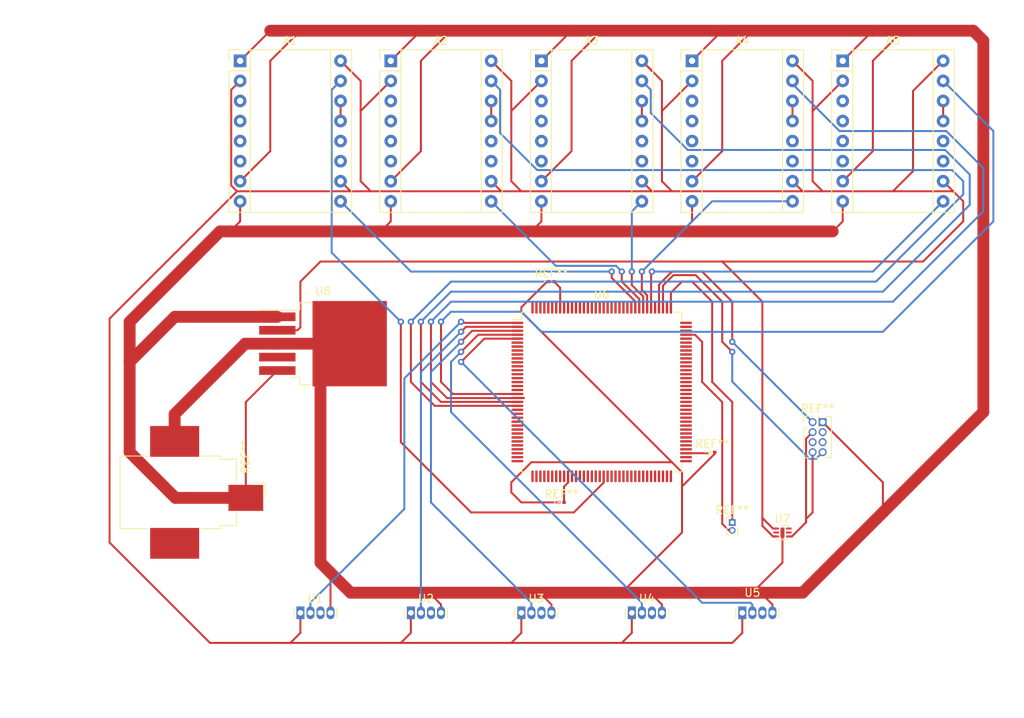
<source format=kicad_pcb>
(kicad_pcb (version 20171130) (host pcbnew "(5.1.9)-1")

  (general
    (thickness 1.6)
    (drawings 2)
    (tracks 513)
    (zones 0)
    (modules 19)
    (nets 192)
  )

  (page A4)
  (layers
    (0 F.Cu signal)
    (31 B.Cu signal)
    (32 B.Adhes user)
    (33 F.Adhes user)
    (34 B.Paste user)
    (35 F.Paste user)
    (36 B.SilkS user)
    (37 F.SilkS user)
    (38 B.Mask user)
    (39 F.Mask user)
    (40 Dwgs.User user)
    (41 Cmts.User user)
    (42 Eco1.User user)
    (43 Eco2.User user)
    (44 Edge.Cuts user)
    (45 Margin user)
    (46 B.CrtYd user)
    (47 F.CrtYd user)
    (48 B.Fab user)
    (49 F.Fab user)
  )

  (setup
    (last_trace_width 0.25)
    (user_trace_width 1.5)
    (trace_clearance 0.2)
    (zone_clearance 0.508)
    (zone_45_only no)
    (trace_min 0.2)
    (via_size 0.8)
    (via_drill 0.4)
    (via_min_size 0.4)
    (via_min_drill 0.3)
    (uvia_size 0.3)
    (uvia_drill 0.1)
    (uvias_allowed no)
    (uvia_min_size 0.2)
    (uvia_min_drill 0.1)
    (edge_width 0.05)
    (segment_width 0.2)
    (pcb_text_width 0.3)
    (pcb_text_size 1.5 1.5)
    (mod_edge_width 0.12)
    (mod_text_size 1 1)
    (mod_text_width 0.15)
    (pad_size 3.3 4.4)
    (pad_drill 0)
    (pad_to_mask_clearance 0)
    (aux_axis_origin 0 0)
    (visible_elements 7FFFFFFF)
    (pcbplotparams
      (layerselection 0x010fc_ffffffff)
      (usegerberextensions false)
      (usegerberattributes true)
      (usegerberadvancedattributes true)
      (creategerberjobfile true)
      (excludeedgelayer true)
      (linewidth 0.100000)
      (plotframeref false)
      (viasonmask false)
      (mode 1)
      (useauxorigin false)
      (hpglpennumber 1)
      (hpglpenspeed 20)
      (hpglpendiameter 15.000000)
      (psnegative false)
      (psa4output false)
      (plotreference true)
      (plotvalue true)
      (plotinvisibletext false)
      (padsonsilk false)
      (subtractmaskfromsilk false)
      (outputformat 1)
      (mirror false)
      (drillshape 0)
      (scaleselection 1)
      (outputdirectory "../gerber/"))
  )

  (net 0 "")
  (net 1 "Net-(A1-Pad6)")
  (net 2 "Net-(A1-Pad13)")
  (net 3 "Net-(A1-Pad5)")
  (net 4 "Net-(A1-Pad12)")
  (net 5 "Net-(A1-Pad4)")
  (net 6 "Net-(A1-Pad11)")
  (net 7 "Net-(A1-Pad3)")
  (net 8 "Net-(U6-Pad144)")
  (net 9 "Net-(U6-Pad143)")
  (net 10 "Net-(U6-Pad142)")
  (net 11 "Net-(U6-Pad141)")
  (net 12 "Net-(U6-Pad138)")
  (net 13 "Net-(U6-Pad136)")
  (net 14 "Net-(U6-Pad135)")
  (net 15 "Net-(U6-Pad134)")
  (net 16 "Net-(U6-Pad133)")
  (net 17 "Net-(U6-Pad132)")
  (net 18 "Net-(U6-Pad131)")
  (net 19 "Net-(U6-Pad130)")
  (net 20 "Net-(U6-Pad129)")
  (net 21 "Net-(U6-Pad128)")
  (net 22 "Net-(U6-Pad127)")
  (net 23 "Net-(U6-Pad126)")
  (net 24 "Net-(U6-Pad125)")
  (net 25 "Net-(U6-Pad124)")
  (net 26 "Net-(U6-Pad123)")
  (net 27 "Net-(U6-Pad122)")
  (net 28 "Net-(U6-Pad121)")
  (net 29 "Net-(U6-Pad120)")
  (net 30 "Net-(U6-Pad119)")
  (net 31 "Net-(U6-Pad113)")
  (net 32 "Net-(U6-Pad110)")
  (net 33 "Net-(U6-Pad108)")
  (net 34 "Net-(U6-Pad107)")
  (net 35 "Net-(U6-Pad106)")
  (net 36 "Net-(U6-Pad104)")
  (net 37 "Net-(U6-Pad103)")
  (net 38 "Net-(U6-Pad102)")
  (net 39 "Net-(U6-Pad101)")
  (net 40 "Net-(U6-Pad100)")
  (net 41 "Net-(U6-Pad99)")
  (net 42 "Net-(U6-Pad98)")
  (net 43 "Net-(U6-Pad97)")
  (net 44 "Net-(U6-Pad96)")
  (net 45 "Net-(U6-Pad95)")
  (net 46 "Net-(U6-Pad94)")
  (net 47 "Net-(U6-Pad93)")
  (net 48 "Net-(U6-Pad92)")
  (net 49 "Net-(U6-Pad91)")
  (net 50 "Net-(U6-Pad90)")
  (net 51 "Net-(U6-Pad89)")
  (net 52 "Net-(U6-Pad88)")
  (net 53 "Net-(U6-Pad87)")
  (net 54 "Net-(U6-Pad86)")
  (net 55 "Net-(U6-Pad85)")
  (net 56 "Net-(U6-Pad84)")
  (net 57 "Net-(U6-Pad83)")
  (net 58 "Net-(U6-Pad82)")
  (net 59 "Net-(U6-Pad81)")
  (net 60 "Net-(U6-Pad80)")
  (net 61 "Net-(U6-Pad79)")
  (net 62 "Net-(U6-Pad78)")
  (net 63 "Net-(U6-Pad77)")
  (net 64 "Net-(U6-Pad76)")
  (net 65 "Net-(U6-Pad74)")
  (net 66 "Net-(U6-Pad73)")
  (net 67 "Net-(U6-Pad72)")
  (net 68 "Net-(U6-Pad71)")
  (net 69 "Net-(U6-Pad70)")
  (net 70 "Net-(U6-Pad69)")
  (net 71 "Net-(U6-Pad68)")
  (net 72 "Net-(U6-Pad67)")
  (net 73 "Net-(U6-Pad66)")
  (net 74 "Net-(U6-Pad65)")
  (net 75 "Net-(U6-Pad64)")
  (net 76 "Net-(U6-Pad63)")
  (net 77 "Net-(U6-Pad62)")
  (net 78 "Net-(U6-Pad61)")
  (net 79 "Net-(U6-Pad60)")
  (net 80 "Net-(U6-Pad59)")
  (net 81 "Net-(U6-Pad58)")
  (net 82 "Net-(U6-Pad57)")
  (net 83 "Net-(U6-Pad56)")
  (net 84 "Net-(U6-Pad54)")
  (net 85 "Net-(U6-Pad53)")
  (net 86 "Net-(U6-Pad52)")
  (net 87 "Net-(U6-Pad51)")
  (net 88 "Net-(U6-Pad50)")
  (net 89 "Net-(U6-Pad49)")
  (net 90 "Net-(U6-Pad48)")
  (net 91 "Net-(U6-Pad47)")
  (net 92 "Net-(U6-Pad45)")
  (net 93 "Net-(U6-Pad44)")
  (net 94 "Net-(U6-Pad43)")
  (net 95 "Net-(U6-Pad42)")
  (net 96 "Net-(U6-Pad41)")
  (net 97 "Net-(U6-Pad40)")
  (net 98 "Net-(U6-Pad39)")
  (net 99 "Net-(U6-Pad38)")
  (net 100 "Net-(U6-Pad37)")
  (net 101 "Net-(U6-Pad36)")
  (net 102 "Net-(U6-Pad35)")
  (net 103 "Net-(U6-Pad34)")
  (net 104 "Net-(U6-Pad33)")
  (net 105 "Net-(U6-Pad32)")
  (net 106 "Net-(U6-Pad31)")
  (net 107 "Net-(U6-Pad30)")
  (net 108 "Net-(U6-Pad29)")
  (net 109 "Net-(U6-Pad28)")
  (net 110 "Net-(U6-Pad27)")
  (net 111 "Net-(U6-Pad26)")
  (net 112 "Net-(U6-Pad25)")
  (net 113 "Net-(U6-Pad24)")
  (net 114 "Net-(U6-Pad23)")
  (net 115 "Net-(U6-Pad18)")
  (net 116 "Net-(U6-Pad17)")
  (net 117 "Net-(U6-Pad16)")
  (net 118 "Net-(U6-Pad15)")
  (net 119 "Net-(U6-Pad14)")
  (net 120 "Net-(U6-Pad13)")
  (net 121 "Net-(U6-Pad12)")
  (net 122 "Net-(U6-Pad11)")
  (net 123 "Net-(U6-Pad10)")
  (net 124 "Net-(U6-Pad9)")
  (net 125 "Net-(U6-Pad8)")
  (net 126 "Net-(U6-Pad7)")
  (net 127 "Net-(U6-Pad6)")
  (net 128 MOT_0_STEP)
  (net 129 MOT_0_EN)
  (net 130 MOT_4_STEP)
  (net 131 "Net-(A2-Pad6)")
  (net 132 "Net-(A2-Pad13)")
  (net 133 "Net-(A2-Pad5)")
  (net 134 "Net-(A2-Pad12)")
  (net 135 "Net-(A2-Pad4)")
  (net 136 "Net-(A2-Pad11)")
  (net 137 "Net-(A2-Pad3)")
  (net 138 MOT_4_EN)
  (net 139 MOT_1_STEP)
  (net 140 "Net-(A3-Pad6)")
  (net 141 "Net-(A3-Pad13)")
  (net 142 "Net-(A3-Pad5)")
  (net 143 "Net-(A3-Pad12)")
  (net 144 "Net-(A3-Pad4)")
  (net 145 "Net-(A3-Pad11)")
  (net 146 "Net-(A3-Pad3)")
  (net 147 MOT_1_EN)
  (net 148 MOT_2_STEP)
  (net 149 "Net-(A4-Pad6)")
  (net 150 "Net-(A4-Pad13)")
  (net 151 "Net-(A4-Pad5)")
  (net 152 "Net-(A4-Pad12)")
  (net 153 "Net-(A4-Pad4)")
  (net 154 "Net-(A4-Pad11)")
  (net 155 "Net-(A4-Pad3)")
  (net 156 MOT_2_EN)
  (net 157 MOT_3_STEP)
  (net 158 "Net-(A5-Pad6)")
  (net 159 "Net-(A5-Pad13)")
  (net 160 "Net-(A5-Pad5)")
  (net 161 "Net-(A5-Pad12)")
  (net 162 "Net-(A5-Pad4)")
  (net 163 "Net-(A5-Pad11)")
  (net 164 "Net-(A5-Pad3)")
  (net 165 MOT_3_EN)
  (net 166 +12V)
  (net 167 +3V3)
  (net 168 GND)
  (net 169 "Net-(U1-Pad3)")
  (net 170 HES_0)
  (net 171 "Net-(U2-Pad3)")
  (net 172 HES_1)
  (net 173 "Net-(U3-Pad3)")
  (net 174 HES_2)
  (net 175 "Net-(U4-Pad3)")
  (net 176 HES_3)
  (net 177 "Net-(U5-Pad3)")
  (net 178 HES_4)
  (net 179 UART5_TX)
  (net 180 UART5_RX)
  (net 181 UART4_RX)
  (net 182 UART4_TX)
  (net 183 LED_BLUE)
  (net 184 SWCLK)
  (net 185 SWDIO)
  (net 186 LED_RED)
  (net 187 LED_GREEN)
  (net 188 +5V)
  (net 189 "Net-(U7-Pad6)")
  (net 190 "Net-(U7-Pad5)")
  (net 191 "Net-(U8-Pad4)")

  (net_class Default "This is the default net class."
    (clearance 0.2)
    (trace_width 0.25)
    (via_dia 0.8)
    (via_drill 0.4)
    (uvia_dia 0.3)
    (uvia_drill 0.1)
    (add_net +12V)
    (add_net +3V3)
    (add_net +5V)
    (add_net GND)
    (add_net HES_0)
    (add_net HES_1)
    (add_net HES_2)
    (add_net HES_3)
    (add_net HES_4)
    (add_net LED_BLUE)
    (add_net LED_GREEN)
    (add_net LED_RED)
    (add_net MOT_0_EN)
    (add_net MOT_0_STEP)
    (add_net MOT_1_EN)
    (add_net MOT_1_STEP)
    (add_net MOT_2_EN)
    (add_net MOT_2_STEP)
    (add_net MOT_3_EN)
    (add_net MOT_3_STEP)
    (add_net MOT_4_EN)
    (add_net MOT_4_STEP)
    (add_net "Net-(A1-Pad11)")
    (add_net "Net-(A1-Pad12)")
    (add_net "Net-(A1-Pad13)")
    (add_net "Net-(A1-Pad3)")
    (add_net "Net-(A1-Pad4)")
    (add_net "Net-(A1-Pad5)")
    (add_net "Net-(A1-Pad6)")
    (add_net "Net-(A2-Pad11)")
    (add_net "Net-(A2-Pad12)")
    (add_net "Net-(A2-Pad13)")
    (add_net "Net-(A2-Pad3)")
    (add_net "Net-(A2-Pad4)")
    (add_net "Net-(A2-Pad5)")
    (add_net "Net-(A2-Pad6)")
    (add_net "Net-(A3-Pad11)")
    (add_net "Net-(A3-Pad12)")
    (add_net "Net-(A3-Pad13)")
    (add_net "Net-(A3-Pad3)")
    (add_net "Net-(A3-Pad4)")
    (add_net "Net-(A3-Pad5)")
    (add_net "Net-(A3-Pad6)")
    (add_net "Net-(A4-Pad11)")
    (add_net "Net-(A4-Pad12)")
    (add_net "Net-(A4-Pad13)")
    (add_net "Net-(A4-Pad3)")
    (add_net "Net-(A4-Pad4)")
    (add_net "Net-(A4-Pad5)")
    (add_net "Net-(A4-Pad6)")
    (add_net "Net-(A5-Pad11)")
    (add_net "Net-(A5-Pad12)")
    (add_net "Net-(A5-Pad13)")
    (add_net "Net-(A5-Pad3)")
    (add_net "Net-(A5-Pad4)")
    (add_net "Net-(A5-Pad5)")
    (add_net "Net-(A5-Pad6)")
    (add_net "Net-(U1-Pad3)")
    (add_net "Net-(U2-Pad3)")
    (add_net "Net-(U3-Pad3)")
    (add_net "Net-(U4-Pad3)")
    (add_net "Net-(U5-Pad3)")
    (add_net "Net-(U6-Pad10)")
    (add_net "Net-(U6-Pad100)")
    (add_net "Net-(U6-Pad101)")
    (add_net "Net-(U6-Pad102)")
    (add_net "Net-(U6-Pad103)")
    (add_net "Net-(U6-Pad104)")
    (add_net "Net-(U6-Pad106)")
    (add_net "Net-(U6-Pad107)")
    (add_net "Net-(U6-Pad108)")
    (add_net "Net-(U6-Pad11)")
    (add_net "Net-(U6-Pad110)")
    (add_net "Net-(U6-Pad113)")
    (add_net "Net-(U6-Pad119)")
    (add_net "Net-(U6-Pad12)")
    (add_net "Net-(U6-Pad120)")
    (add_net "Net-(U6-Pad121)")
    (add_net "Net-(U6-Pad122)")
    (add_net "Net-(U6-Pad123)")
    (add_net "Net-(U6-Pad124)")
    (add_net "Net-(U6-Pad125)")
    (add_net "Net-(U6-Pad126)")
    (add_net "Net-(U6-Pad127)")
    (add_net "Net-(U6-Pad128)")
    (add_net "Net-(U6-Pad129)")
    (add_net "Net-(U6-Pad13)")
    (add_net "Net-(U6-Pad130)")
    (add_net "Net-(U6-Pad131)")
    (add_net "Net-(U6-Pad132)")
    (add_net "Net-(U6-Pad133)")
    (add_net "Net-(U6-Pad134)")
    (add_net "Net-(U6-Pad135)")
    (add_net "Net-(U6-Pad136)")
    (add_net "Net-(U6-Pad138)")
    (add_net "Net-(U6-Pad14)")
    (add_net "Net-(U6-Pad141)")
    (add_net "Net-(U6-Pad142)")
    (add_net "Net-(U6-Pad143)")
    (add_net "Net-(U6-Pad144)")
    (add_net "Net-(U6-Pad15)")
    (add_net "Net-(U6-Pad16)")
    (add_net "Net-(U6-Pad17)")
    (add_net "Net-(U6-Pad18)")
    (add_net "Net-(U6-Pad23)")
    (add_net "Net-(U6-Pad24)")
    (add_net "Net-(U6-Pad25)")
    (add_net "Net-(U6-Pad26)")
    (add_net "Net-(U6-Pad27)")
    (add_net "Net-(U6-Pad28)")
    (add_net "Net-(U6-Pad29)")
    (add_net "Net-(U6-Pad30)")
    (add_net "Net-(U6-Pad31)")
    (add_net "Net-(U6-Pad32)")
    (add_net "Net-(U6-Pad33)")
    (add_net "Net-(U6-Pad34)")
    (add_net "Net-(U6-Pad35)")
    (add_net "Net-(U6-Pad36)")
    (add_net "Net-(U6-Pad37)")
    (add_net "Net-(U6-Pad38)")
    (add_net "Net-(U6-Pad39)")
    (add_net "Net-(U6-Pad40)")
    (add_net "Net-(U6-Pad41)")
    (add_net "Net-(U6-Pad42)")
    (add_net "Net-(U6-Pad43)")
    (add_net "Net-(U6-Pad44)")
    (add_net "Net-(U6-Pad45)")
    (add_net "Net-(U6-Pad47)")
    (add_net "Net-(U6-Pad48)")
    (add_net "Net-(U6-Pad49)")
    (add_net "Net-(U6-Pad50)")
    (add_net "Net-(U6-Pad51)")
    (add_net "Net-(U6-Pad52)")
    (add_net "Net-(U6-Pad53)")
    (add_net "Net-(U6-Pad54)")
    (add_net "Net-(U6-Pad56)")
    (add_net "Net-(U6-Pad57)")
    (add_net "Net-(U6-Pad58)")
    (add_net "Net-(U6-Pad59)")
    (add_net "Net-(U6-Pad6)")
    (add_net "Net-(U6-Pad60)")
    (add_net "Net-(U6-Pad61)")
    (add_net "Net-(U6-Pad62)")
    (add_net "Net-(U6-Pad63)")
    (add_net "Net-(U6-Pad64)")
    (add_net "Net-(U6-Pad65)")
    (add_net "Net-(U6-Pad66)")
    (add_net "Net-(U6-Pad67)")
    (add_net "Net-(U6-Pad68)")
    (add_net "Net-(U6-Pad69)")
    (add_net "Net-(U6-Pad7)")
    (add_net "Net-(U6-Pad70)")
    (add_net "Net-(U6-Pad71)")
    (add_net "Net-(U6-Pad72)")
    (add_net "Net-(U6-Pad73)")
    (add_net "Net-(U6-Pad74)")
    (add_net "Net-(U6-Pad76)")
    (add_net "Net-(U6-Pad77)")
    (add_net "Net-(U6-Pad78)")
    (add_net "Net-(U6-Pad79)")
    (add_net "Net-(U6-Pad8)")
    (add_net "Net-(U6-Pad80)")
    (add_net "Net-(U6-Pad81)")
    (add_net "Net-(U6-Pad82)")
    (add_net "Net-(U6-Pad83)")
    (add_net "Net-(U6-Pad84)")
    (add_net "Net-(U6-Pad85)")
    (add_net "Net-(U6-Pad86)")
    (add_net "Net-(U6-Pad87)")
    (add_net "Net-(U6-Pad88)")
    (add_net "Net-(U6-Pad89)")
    (add_net "Net-(U6-Pad9)")
    (add_net "Net-(U6-Pad90)")
    (add_net "Net-(U6-Pad91)")
    (add_net "Net-(U6-Pad92)")
    (add_net "Net-(U6-Pad93)")
    (add_net "Net-(U6-Pad94)")
    (add_net "Net-(U6-Pad95)")
    (add_net "Net-(U6-Pad96)")
    (add_net "Net-(U6-Pad97)")
    (add_net "Net-(U6-Pad98)")
    (add_net "Net-(U6-Pad99)")
    (add_net "Net-(U7-Pad5)")
    (add_net "Net-(U7-Pad6)")
    (add_net "Net-(U8-Pad4)")
    (add_net SWCLK)
    (add_net SWDIO)
    (add_net UART4_RX)
    (add_net UART4_TX)
    (add_net UART5_RX)
    (add_net UART5_TX)
  )

  (module Connector_BarrelJack:BarrelJack_CUI_PJ-036AH-SMT_Horizontal (layer F.Cu) (tedit 6161A37E) (tstamp 6163644C)
    (at 96.52 82.55 270)
    (descr "Surface-mount DC Barrel Jack, http://www.cui.com/product/resource/pj-036ah-smt.pdf")
    (tags "Power Jack SMT")
    (attr smd)
    (fp_text reference REF** (at -4.5 -5.75 90) (layer F.SilkS)
      (effects (font (size 1 1) (thickness 0.15)))
    )
    (fp_text value BarrelJack_CUI_PJ-036AH-SMT_Horizontal (at 0 11.25 90) (layer F.Fab)
      (effects (font (size 1 1) (thickness 0.15)))
    )
    (fp_text user %R (at 0 0 90) (layer F.Fab)
      (effects (font (size 1 1) (thickness 0.15)))
    )
    (fp_line (start -8.9 -8.5) (end -8.9 10.5) (layer F.CrtYd) (width 0.05))
    (fp_line (start -8.9 10.5) (end 8.9 10.5) (layer F.CrtYd) (width 0.05))
    (fp_line (start 8.9 10.5) (end 8.9 -8.5) (layer F.CrtYd) (width 0.05))
    (fp_line (start 8.9 -8.5) (end -8.9 -8.5) (layer F.CrtYd) (width 0.05))
    (fp_line (start 4.6 6.55) (end 4.6 10.1) (layer F.SilkS) (width 0.12))
    (fp_line (start 4.6 10.1) (end -4.6 10.1) (layer F.SilkS) (width 0.12))
    (fp_line (start -4.6 10.1) (end -4.6 6.55) (layer F.SilkS) (width 0.12))
    (fp_line (start -4.6 -0.15) (end -4.6 -2.6) (layer F.SilkS) (width 0.12))
    (fp_line (start -4.6 -2.6) (end -4.2 -2.6) (layer F.SilkS) (width 0.12))
    (fp_line (start -4.2 -2.6) (end -4.2 -4.6) (layer F.SilkS) (width 0.12))
    (fp_line (start -4.2 -4.6) (end -1.2 -4.6) (layer F.SilkS) (width 0.12))
    (fp_line (start 2.6 -4.6) (end 4.2 -4.6) (layer F.SilkS) (width 0.12))
    (fp_line (start 4.2 -4.6) (end 4.2 -2.6) (layer F.SilkS) (width 0.12))
    (fp_line (start 4.2 -2.6) (end 4.6 -2.6) (layer F.SilkS) (width 0.12))
    (fp_line (start 4.6 -2.6) (end 4.6 -0.15) (layer F.SilkS) (width 0.12))
    (fp_line (start -1.19 -6.5) (end -1.19 -8.24) (layer F.SilkS) (width 0.12))
    (fp_line (start -1.19 -8.24) (end 0.55 -8.24) (layer F.SilkS) (width 0.12))
    (fp_line (start 4.1 -4.5) (end -4.1 -4.5) (layer F.Fab) (width 0.1))
    (fp_line (start -4.1 -4.5) (end -4.1 -2.5) (layer F.Fab) (width 0.1))
    (fp_line (start -4.1 -2.5) (end -4.5 -2.5) (layer F.Fab) (width 0.1))
    (fp_line (start -4.5 -2.5) (end -4.5 10) (layer F.Fab) (width 0.1))
    (fp_line (start -4.5 10) (end 4.5 10) (layer F.Fab) (width 0.1))
    (fp_line (start 4.5 10) (end 4.5 -2.5) (layer F.Fab) (width 0.1))
    (fp_line (start 4.5 -2.5) (end 4.1 -2.5) (layer F.Fab) (width 0.1))
    (fp_line (start 4.1 -2.5) (end 4.1 -4.5) (layer F.Fab) (width 0.1))
    (fp_circle (center 0.7 -3.4) (end 0.75 -2.95) (layer F.Fab) (width 0.12))
    (pad "" np_thru_hole circle (at 0 7 270) (size 2 2) (drill 2) (layers *.Cu *.Mask))
    (pad 3 smd rect (at 6.45 3.2 270) (size 3.9 6.2) (layers F.Cu F.Paste F.Mask))
    (pad 2 smd rect (at -6.45 3.2 270) (size 3.9 6.2) (layers F.Cu F.Paste F.Mask)
      (net 168 GND))
    (pad 1 smd rect (at 0.7 -5.8 270) (size 3.3 4.4) (layers F.Cu F.Paste F.Mask)
      (net 166 +12V))
    (model ${KISYS3DMOD}/Connector_BarrelJack.3dshapes/BarrelJack_CUI_PJ-036AH-SMT_Horizontal.wrl
      (at (xyz 0 0 0))
      (scale (xyz 1 1 1))
      (rotate (xyz 0 0 0))
    )
  )

  (module Connector_PinHeader_1.00mm:PinHeader_1x02_P1.00mm_Vertical (layer F.Cu) (tedit 6161A138) (tstamp 61635991)
    (at 163.83 86.36)
    (descr "Through hole straight pin header, 1x02, 1.00mm pitch, single row")
    (tags "Through hole pin header THT 1x02 1.00mm single row")
    (fp_text reference REF** (at 0 -1.56) (layer F.SilkS)
      (effects (font (size 1 1) (thickness 0.15)))
    )
    (fp_text value PinHeader_1x02_P1.00mm_Vertical (at 0 2.56) (layer F.Fab)
      (effects (font (size 1 1) (thickness 0.15)))
    )
    (fp_text user %R (at 0 0.5 90) (layer F.Fab)
      (effects (font (size 0.76 0.76) (thickness 0.114)))
    )
    (fp_line (start -0.3175 -0.5) (end 0.635 -0.5) (layer F.Fab) (width 0.1))
    (fp_line (start 0.635 -0.5) (end 0.635 1.5) (layer F.Fab) (width 0.1))
    (fp_line (start 0.635 1.5) (end -0.635 1.5) (layer F.Fab) (width 0.1))
    (fp_line (start -0.635 1.5) (end -0.635 -0.1825) (layer F.Fab) (width 0.1))
    (fp_line (start -0.635 -0.1825) (end -0.3175 -0.5) (layer F.Fab) (width 0.1))
    (fp_line (start -0.695 1.56) (end -0.394493 1.56) (layer F.SilkS) (width 0.12))
    (fp_line (start 0.394493 1.56) (end 0.695 1.56) (layer F.SilkS) (width 0.12))
    (fp_line (start -0.695 0.685) (end -0.695 1.56) (layer F.SilkS) (width 0.12))
    (fp_line (start 0.695 0.685) (end 0.695 1.56) (layer F.SilkS) (width 0.12))
    (fp_line (start -0.695 0.685) (end -0.608276 0.685) (layer F.SilkS) (width 0.12))
    (fp_line (start 0.608276 0.685) (end 0.695 0.685) (layer F.SilkS) (width 0.12))
    (fp_line (start -0.695 0) (end -0.695 -0.685) (layer F.SilkS) (width 0.12))
    (fp_line (start -0.695 -0.685) (end 0 -0.685) (layer F.SilkS) (width 0.12))
    (fp_line (start -1.15 -1) (end -1.15 2) (layer F.CrtYd) (width 0.05))
    (fp_line (start -1.15 2) (end 1.15 2) (layer F.CrtYd) (width 0.05))
    (fp_line (start 1.15 2) (end 1.15 -1) (layer F.CrtYd) (width 0.05))
    (fp_line (start 1.15 -1) (end -1.15 -1) (layer F.CrtYd) (width 0.05))
    (pad 2 thru_hole oval (at 0 1) (size 0.85 0.85) (drill 0.5) (layers *.Cu *.Mask)
      (net 185 SWDIO))
    (pad 1 thru_hole rect (at 0 0) (size 0.85 0.85) (drill 0.5) (layers *.Cu *.Mask)
      (net 184 SWCLK))
    (model ${KISYS3DMOD}/Connector_PinHeader_1.00mm.3dshapes/PinHeader_1x02_P1.00mm_Vertical.wrl
      (at (xyz 0 0 0))
      (scale (xyz 1 1 1))
      (rotate (xyz 0 0 0))
    )
  )

  (module Connector_PinHeader_1.27mm:PinHeader_2x04_P1.27mm_Vertical (layer F.Cu) (tedit 61619F78) (tstamp 61633A2F)
    (at 173.99 73.66)
    (descr "Through hole straight pin header, 2x04, 1.27mm pitch, double rows")
    (tags "Through hole pin header THT 2x04 1.27mm double row")
    (fp_text reference REF** (at 0.635 -1.695) (layer F.SilkS)
      (effects (font (size 1 1) (thickness 0.15)))
    )
    (fp_text value PinHeader_2x04_P1.27mm_Vertical (at 0.635 5.505) (layer F.Fab)
      (effects (font (size 1 1) (thickness 0.15)))
    )
    (fp_text user %R (at 0.635 1.905 90) (layer F.Fab)
      (effects (font (size 1 1) (thickness 0.15)))
    )
    (fp_line (start -0.2175 -0.635) (end 2.34 -0.635) (layer F.Fab) (width 0.1))
    (fp_line (start 2.34 -0.635) (end 2.34 4.445) (layer F.Fab) (width 0.1))
    (fp_line (start 2.34 4.445) (end -1.07 4.445) (layer F.Fab) (width 0.1))
    (fp_line (start -1.07 4.445) (end -1.07 0.2175) (layer F.Fab) (width 0.1))
    (fp_line (start -1.07 0.2175) (end -0.2175 -0.635) (layer F.Fab) (width 0.1))
    (fp_line (start -1.13 4.505) (end -0.30753 4.505) (layer F.SilkS) (width 0.12))
    (fp_line (start 1.57753 4.505) (end 2.4 4.505) (layer F.SilkS) (width 0.12))
    (fp_line (start 0.30753 4.505) (end 0.96247 4.505) (layer F.SilkS) (width 0.12))
    (fp_line (start -1.13 0.76) (end -1.13 4.505) (layer F.SilkS) (width 0.12))
    (fp_line (start 2.4 -0.695) (end 2.4 4.505) (layer F.SilkS) (width 0.12))
    (fp_line (start -1.13 0.76) (end -0.563471 0.76) (layer F.SilkS) (width 0.12))
    (fp_line (start 0.563471 0.76) (end 0.706529 0.76) (layer F.SilkS) (width 0.12))
    (fp_line (start 0.76 0.706529) (end 0.76 0.563471) (layer F.SilkS) (width 0.12))
    (fp_line (start 0.76 -0.563471) (end 0.76 -0.695) (layer F.SilkS) (width 0.12))
    (fp_line (start 0.76 -0.695) (end 0.96247 -0.695) (layer F.SilkS) (width 0.12))
    (fp_line (start 1.57753 -0.695) (end 2.4 -0.695) (layer F.SilkS) (width 0.12))
    (fp_line (start -1.13 0) (end -1.13 -0.76) (layer F.SilkS) (width 0.12))
    (fp_line (start -1.13 -0.76) (end 0 -0.76) (layer F.SilkS) (width 0.12))
    (fp_line (start -1.6 -1.15) (end -1.6 4.95) (layer F.CrtYd) (width 0.05))
    (fp_line (start -1.6 4.95) (end 2.85 4.95) (layer F.CrtYd) (width 0.05))
    (fp_line (start 2.85 4.95) (end 2.85 -1.15) (layer F.CrtYd) (width 0.05))
    (fp_line (start 2.85 -1.15) (end -1.6 -1.15) (layer F.CrtYd) (width 0.05))
    (pad 8 thru_hole oval (at 1.27 3.81) (size 1 1) (drill 0.65) (layers *.Cu *.Mask)
      (net 182 UART4_TX))
    (pad 7 thru_hole oval (at 0 3.81) (size 1 1) (drill 0.65) (layers *.Cu *.Mask)
      (net 167 +3V3))
    (pad 6 thru_hole oval (at 1.27 2.54) (size 1 1) (drill 0.65) (layers *.Cu *.Mask))
    (pad 5 thru_hole oval (at 0 2.54) (size 1 1) (drill 0.65) (layers *.Cu *.Mask))
    (pad 4 thru_hole oval (at 1.27 1.27) (size 1 1) (drill 0.65) (layers *.Cu *.Mask))
    (pad 3 thru_hole oval (at 0 1.27) (size 1 1) (drill 0.65) (layers *.Cu *.Mask)
      (net 167 +3V3))
    (pad 2 thru_hole rect (at 1.27 0) (size 1 1) (drill 0.65) (layers *.Cu *.Mask)
      (net 168 GND))
    (pad 1 thru_hole circle (at 0 0) (size 1 1) (drill 0.65) (layers *.Cu *.Mask)
      (net 181 UART4_RX))
    (model ${KISYS3DMOD}/Connector_PinHeader_1.27mm.3dshapes/PinHeader_2x04_P1.27mm_Vertical.wrl
      (at (xyz 0 0 0))
      (scale (xyz 1 1 1))
      (rotate (xyz 0 0 0))
    )
  )

  (module LED_SMD:LED_0201_0603Metric (layer F.Cu) (tedit 61619AFD) (tstamp 6162B5E6)
    (at 140.97 55.88)
    (descr "LED SMD 0201 (0603 Metric), square (rectangular) end terminal, IPC_7351 nominal, (Body size source: https://www.vishay.com/docs/20052/crcw0201e3.pdf), generated with kicad-footprint-generator")
    (tags LED)
    (attr smd)
    (fp_text reference REF** (at 0 -1.05) (layer F.SilkS)
      (effects (font (size 1 1) (thickness 0.15)))
    )
    (fp_text value LED_0201_0603Metric (at 0 1.05) (layer F.Fab)
      (effects (font (size 1 1) (thickness 0.15)))
    )
    (fp_text user %R (at 0 -0.68) (layer F.Fab)
      (effects (font (size 0.25 0.25) (thickness 0.04)))
    )
    (fp_circle (center -0.86 0) (end -0.81 0) (layer F.SilkS) (width 0.1))
    (fp_line (start -0.3 0.15) (end -0.3 -0.15) (layer F.Fab) (width 0.1))
    (fp_line (start -0.3 -0.15) (end 0.3 -0.15) (layer F.Fab) (width 0.1))
    (fp_line (start 0.3 -0.15) (end 0.3 0.15) (layer F.Fab) (width 0.1))
    (fp_line (start 0.3 0.15) (end -0.3 0.15) (layer F.Fab) (width 0.1))
    (fp_line (start -0.2 0.15) (end -0.2 -0.15) (layer F.Fab) (width 0.1))
    (fp_line (start -0.1 0.15) (end -0.1 -0.15) (layer F.Fab) (width 0.1))
    (fp_line (start -0.7 0.35) (end -0.7 -0.35) (layer F.CrtYd) (width 0.05))
    (fp_line (start -0.7 -0.35) (end 0.7 -0.35) (layer F.CrtYd) (width 0.05))
    (fp_line (start 0.7 -0.35) (end 0.7 0.35) (layer F.CrtYd) (width 0.05))
    (fp_line (start 0.7 0.35) (end -0.7 0.35) (layer F.CrtYd) (width 0.05))
    (pad 2 smd roundrect (at 0.32 0) (size 0.46 0.4) (layers F.Cu F.Mask) (roundrect_rratio 0.25)
      (net 183 LED_BLUE))
    (pad 1 smd roundrect (at -0.32 0) (size 0.46 0.4) (layers F.Cu F.Mask) (roundrect_rratio 0.25)
      (net 168 GND))
    (pad "" smd roundrect (at 0.345 0) (size 0.318 0.36) (layers F.Paste) (roundrect_rratio 0.25))
    (pad "" smd roundrect (at -0.345 0) (size 0.318 0.36) (layers F.Paste) (roundrect_rratio 0.25))
    (model ${KISYS3DMOD}/LED_SMD.3dshapes/LED_0201_0603Metric.wrl
      (at (xyz 0 0 0))
      (scale (xyz 1 1 1))
      (rotate (xyz 0 0 0))
    )
  )

  (module LED_SMD:LED_0201_0603Metric (layer F.Cu) (tedit 61619A60) (tstamp 6162A8A0)
    (at 161.29 77.47)
    (descr "LED SMD 0201 (0603 Metric), square (rectangular) end terminal, IPC_7351 nominal, (Body size source: https://www.vishay.com/docs/20052/crcw0201e3.pdf), generated with kicad-footprint-generator")
    (tags LED)
    (attr smd)
    (fp_text reference REF** (at 0 -1.05) (layer F.SilkS)
      (effects (font (size 1 1) (thickness 0.15)))
    )
    (fp_text value LED_0201_0603Metric (at 0 1.05) (layer F.Fab)
      (effects (font (size 1 1) (thickness 0.15)))
    )
    (fp_text user %R (at 0 -0.68) (layer F.Fab)
      (effects (font (size 0.25 0.25) (thickness 0.04)))
    )
    (fp_circle (center -0.86 0) (end -0.81 0) (layer F.SilkS) (width 0.1))
    (fp_line (start -0.3 0.15) (end -0.3 -0.15) (layer F.Fab) (width 0.1))
    (fp_line (start -0.3 -0.15) (end 0.3 -0.15) (layer F.Fab) (width 0.1))
    (fp_line (start 0.3 -0.15) (end 0.3 0.15) (layer F.Fab) (width 0.1))
    (fp_line (start 0.3 0.15) (end -0.3 0.15) (layer F.Fab) (width 0.1))
    (fp_line (start -0.2 0.15) (end -0.2 -0.15) (layer F.Fab) (width 0.1))
    (fp_line (start -0.1 0.15) (end -0.1 -0.15) (layer F.Fab) (width 0.1))
    (fp_line (start -0.7 0.35) (end -0.7 -0.35) (layer F.CrtYd) (width 0.05))
    (fp_line (start -0.7 -0.35) (end 0.7 -0.35) (layer F.CrtYd) (width 0.05))
    (fp_line (start 0.7 -0.35) (end 0.7 0.35) (layer F.CrtYd) (width 0.05))
    (fp_line (start 0.7 0.35) (end -0.7 0.35) (layer F.CrtYd) (width 0.05))
    (pad 2 smd roundrect (at 0.32 0) (size 0.46 0.4) (layers F.Cu F.Mask) (roundrect_rratio 0.25)
      (net 168 GND))
    (pad 1 smd roundrect (at -0.32 0) (size 0.46 0.4) (layers F.Cu F.SilkS F.Mask) (roundrect_rratio 0.25)
      (net 186 LED_RED))
    (pad "" smd roundrect (at 0.345 0) (size 0.318 0.36) (layers F.Paste) (roundrect_rratio 0.25))
    (pad "" smd roundrect (at -0.345 0) (size 0.318 0.36) (layers F.Paste) (roundrect_rratio 0.25))
    (model ${KISYS3DMOD}/LED_SMD.3dshapes/LED_0201_0603Metric.wrl
      (at (xyz 0 0 0))
      (scale (xyz 1 1 1))
      (rotate (xyz 0 0 0))
    )
  )

  (module LED_SMD:LED_0201_0603Metric (layer F.Cu) (tedit 61619937) (tstamp 61629EA8)
    (at 142.24 83.82)
    (descr "LED SMD 0201 (0603 Metric), square (rectangular) end terminal, IPC_7351 nominal, (Body size source: https://www.vishay.com/docs/20052/crcw0201e3.pdf), generated with kicad-footprint-generator")
    (tags LED)
    (attr smd)
    (fp_text reference REF** (at 0 -1.05) (layer F.SilkS)
      (effects (font (size 1 1) (thickness 0.15)))
    )
    (fp_text value LED_0201_0603Metric (at 0 1.05) (layer F.Fab)
      (effects (font (size 1 1) (thickness 0.15)))
    )
    (fp_text user %R (at 0 -0.68) (layer F.Fab)
      (effects (font (size 0.25 0.25) (thickness 0.04)))
    )
    (fp_circle (center -0.86 0) (end -0.81 0) (layer F.SilkS) (width 0.1))
    (fp_line (start -0.3 0.15) (end -0.3 -0.15) (layer F.Fab) (width 0.1))
    (fp_line (start -0.3 -0.15) (end 0.3 -0.15) (layer F.Fab) (width 0.1))
    (fp_line (start 0.3 -0.15) (end 0.3 0.15) (layer F.Fab) (width 0.1))
    (fp_line (start 0.3 0.15) (end -0.3 0.15) (layer F.Fab) (width 0.1))
    (fp_line (start -0.2 0.15) (end -0.2 -0.15) (layer F.Fab) (width 0.1))
    (fp_line (start -0.1 0.15) (end -0.1 -0.15) (layer F.Fab) (width 0.1))
    (fp_line (start -0.7 0.35) (end -0.7 -0.35) (layer F.CrtYd) (width 0.05))
    (fp_line (start -0.7 -0.35) (end 0.7 -0.35) (layer F.CrtYd) (width 0.05))
    (fp_line (start 0.7 -0.35) (end 0.7 0.35) (layer F.CrtYd) (width 0.05))
    (fp_line (start 0.7 0.35) (end -0.7 0.35) (layer F.CrtYd) (width 0.05))
    (pad 2 smd roundrect (at 0.32 0) (size 0.46 0.4) (layers F.Cu F.Mask) (roundrect_rratio 0.25)
      (net 187 LED_GREEN))
    (pad 1 smd roundrect (at -0.32 0) (size 0.46 0.4) (layers F.Cu B.SilkS F.Mask) (roundrect_rratio 0.25)
      (net 168 GND))
    (pad "" smd roundrect (at 0.345 0) (size 0.318 0.36) (layers F.Paste) (roundrect_rratio 0.25))
    (pad "" smd roundrect (at -0.345 0) (size 0.318 0.36) (layers F.Paste) (roundrect_rratio 0.25))
    (model ${KISYS3DMOD}/LED_SMD.3dshapes/LED_0201_0603Metric.wrl
      (at (xyz 0 0 0))
      (scale (xyz 1 1 1))
      (rotate (xyz 0 0 0))
    )
  )

  (module Package_TO_SOT_SMD:TO-263-5_TabPin3 (layer F.Cu) (tedit 5A70FBB6) (tstamp 6161F3AC)
    (at 112.08 63.735)
    (descr "TO-263 / D2PAK / DDPAK SMD package, http://www.infineon.com/cms/en/product/packages/PG-TO263/PG-TO263-5-1/")
    (tags "D2PAK DDPAK TO-263 D2PAK-5 TO-263-5 SOT-426")
    (path /61814C55)
    (attr smd)
    (fp_text reference U8 (at 0 -6.65) (layer F.SilkS)
      (effects (font (size 1 1) (thickness 0.15)))
    )
    (fp_text value GL2576-5.0TA5R (at 0 6.65) (layer F.Fab)
      (effects (font (size 1 1) (thickness 0.15)))
    )
    (fp_line (start 8.32 -5.65) (end -8.32 -5.65) (layer F.CrtYd) (width 0.05))
    (fp_line (start 8.32 5.65) (end 8.32 -5.65) (layer F.CrtYd) (width 0.05))
    (fp_line (start -8.32 5.65) (end 8.32 5.65) (layer F.CrtYd) (width 0.05))
    (fp_line (start -8.32 -5.65) (end -8.32 5.65) (layer F.CrtYd) (width 0.05))
    (fp_line (start -2.95 4.25) (end -4.05 4.25) (layer F.SilkS) (width 0.12))
    (fp_line (start -2.95 5.2) (end -2.95 4.25) (layer F.SilkS) (width 0.12))
    (fp_line (start -1.45 5.2) (end -2.95 5.2) (layer F.SilkS) (width 0.12))
    (fp_line (start -2.95 -4.25) (end -8.075 -4.25) (layer F.SilkS) (width 0.12))
    (fp_line (start -2.95 -5.2) (end -2.95 -4.25) (layer F.SilkS) (width 0.12))
    (fp_line (start -1.45 -5.2) (end -2.95 -5.2) (layer F.SilkS) (width 0.12))
    (fp_line (start -7.45 3.8) (end -2.75 3.8) (layer F.Fab) (width 0.1))
    (fp_line (start -7.45 3) (end -7.45 3.8) (layer F.Fab) (width 0.1))
    (fp_line (start -2.75 3) (end -7.45 3) (layer F.Fab) (width 0.1))
    (fp_line (start -7.45 2.1) (end -2.75 2.1) (layer F.Fab) (width 0.1))
    (fp_line (start -7.45 1.3) (end -7.45 2.1) (layer F.Fab) (width 0.1))
    (fp_line (start -2.75 1.3) (end -7.45 1.3) (layer F.Fab) (width 0.1))
    (fp_line (start -7.45 0.4) (end -2.75 0.4) (layer F.Fab) (width 0.1))
    (fp_line (start -7.45 -0.4) (end -7.45 0.4) (layer F.Fab) (width 0.1))
    (fp_line (start -2.75 -0.4) (end -7.45 -0.4) (layer F.Fab) (width 0.1))
    (fp_line (start -7.45 -1.3) (end -2.75 -1.3) (layer F.Fab) (width 0.1))
    (fp_line (start -7.45 -2.1) (end -7.45 -1.3) (layer F.Fab) (width 0.1))
    (fp_line (start -2.75 -2.1) (end -7.45 -2.1) (layer F.Fab) (width 0.1))
    (fp_line (start -7.45 -3) (end -2.75 -3) (layer F.Fab) (width 0.1))
    (fp_line (start -7.45 -3.8) (end -7.45 -3) (layer F.Fab) (width 0.1))
    (fp_line (start -2.75 -3.8) (end -7.45 -3.8) (layer F.Fab) (width 0.1))
    (fp_line (start -1.75 -5) (end 6.5 -5) (layer F.Fab) (width 0.1))
    (fp_line (start -2.75 -4) (end -1.75 -5) (layer F.Fab) (width 0.1))
    (fp_line (start -2.75 5) (end -2.75 -4) (layer F.Fab) (width 0.1))
    (fp_line (start 6.5 5) (end -2.75 5) (layer F.Fab) (width 0.1))
    (fp_line (start 6.5 -5) (end 6.5 5) (layer F.Fab) (width 0.1))
    (fp_line (start 7.5 5) (end 6.5 5) (layer F.Fab) (width 0.1))
    (fp_line (start 7.5 -5) (end 7.5 5) (layer F.Fab) (width 0.1))
    (fp_line (start 6.5 -5) (end 7.5 -5) (layer F.Fab) (width 0.1))
    (fp_text user %R (at 0 0) (layer F.Fab)
      (effects (font (size 1 1) (thickness 0.15)))
    )
    (pad "" smd rect (at 0.95 2.775) (size 4.55 5.25) (layers F.Paste))
    (pad "" smd rect (at 5.8 -2.775) (size 4.55 5.25) (layers F.Paste))
    (pad "" smd rect (at 0.95 -2.775) (size 4.55 5.25) (layers F.Paste))
    (pad "" smd rect (at 5.8 2.775) (size 4.55 5.25) (layers F.Paste))
    (pad 3 smd rect (at 3.375 0) (size 9.4 10.8) (layers F.Cu F.Mask)
      (net 168 GND))
    (pad 5 smd rect (at -5.775 3.4) (size 4.6 1.1) (layers F.Cu F.Paste F.Mask)
      (net 166 +12V))
    (pad 4 smd rect (at -5.775 1.7) (size 4.6 1.1) (layers F.Cu F.Paste F.Mask)
      (net 191 "Net-(U8-Pad4)"))
    (pad 3 smd rect (at -5.775 0) (size 4.6 1.1) (layers F.Cu F.Paste F.Mask)
      (net 168 GND))
    (pad 2 smd rect (at -5.775 -1.7) (size 4.6 1.1) (layers F.Cu F.Paste F.Mask)
      (net 188 +5V))
    (pad 1 smd rect (at -5.775 -3.4) (size 4.6 1.1) (layers F.Cu F.Paste F.Mask)
      (net 166 +12V))
    (model ${KISYS3DMOD}/Package_TO_SOT_SMD.3dshapes/TO-263-5_TabPin3.wrl
      (at (xyz 0 0 0))
      (scale (xyz 1 1 1))
      (rotate (xyz 0 0 0))
    )
  )

  (module Package_DFN_QFN:MLF-6-1EP_1.6x1.6mm_P0.5mm_EP0.5x1.26mm (layer F.Cu) (tedit 5DC5F696) (tstamp 6161F37C)
    (at 170.18 87.63)
    (descr "MLF, 6 Pin (http://ww1.microchip.com/downloads/en/DeviceDoc/mic5353.pdf), generated with kicad-footprint-generator ipc_noLead_generator.py")
    (tags "MLF NoLead")
    (path /617DA632)
    (attr smd)
    (fp_text reference U7 (at 0 -1.75) (layer F.SilkS)
      (effects (font (size 1 1) (thickness 0.15)))
    )
    (fp_text value MIC5353-3.3YMT (at 0 1.75) (layer F.Fab)
      (effects (font (size 1 1) (thickness 0.15)))
    )
    (fp_line (start 1.4 -1.05) (end -1.4 -1.05) (layer F.CrtYd) (width 0.05))
    (fp_line (start 1.4 1.05) (end 1.4 -1.05) (layer F.CrtYd) (width 0.05))
    (fp_line (start -1.4 1.05) (end 1.4 1.05) (layer F.CrtYd) (width 0.05))
    (fp_line (start -1.4 -1.05) (end -1.4 1.05) (layer F.CrtYd) (width 0.05))
    (fp_line (start -0.8 -0.4) (end -0.4 -0.8) (layer F.Fab) (width 0.1))
    (fp_line (start -0.8 0.8) (end -0.8 -0.4) (layer F.Fab) (width 0.1))
    (fp_line (start 0.8 0.8) (end -0.8 0.8) (layer F.Fab) (width 0.1))
    (fp_line (start 0.8 -0.8) (end 0.8 0.8) (layer F.Fab) (width 0.1))
    (fp_line (start -0.4 -0.8) (end 0.8 -0.8) (layer F.Fab) (width 0.1))
    (fp_line (start -0.8 0.91) (end 0.8 0.91) (layer F.SilkS) (width 0.12))
    (fp_line (start 0 -0.91) (end 0.8 -0.91) (layer F.SilkS) (width 0.12))
    (fp_text user %R (at 0 0) (layer F.Fab)
      (effects (font (size 0.4 0.4) (thickness 0.06)))
    )
    (pad "" smd roundrect (at 0 0.315) (size 0.4 0.51) (layers F.Paste) (roundrect_rratio 0.25))
    (pad "" smd roundrect (at 0 -0.315) (size 0.4 0.51) (layers F.Paste) (roundrect_rratio 0.25))
    (pad 7 smd rect (at 0 0) (size 0.5 1.26) (layers F.Cu F.Mask)
      (net 168 GND))
    (pad 6 smd roundrect (at 0.8 -0.5) (size 0.7 0.25) (layers F.Cu F.Paste F.Mask) (roundrect_rratio 0.25)
      (net 189 "Net-(U7-Pad6)"))
    (pad 5 smd roundrect (at 0.8 0) (size 0.7 0.25) (layers F.Cu F.Paste F.Mask) (roundrect_rratio 0.25)
      (net 190 "Net-(U7-Pad5)"))
    (pad 4 smd roundrect (at 0.8 0.5) (size 0.7 0.25) (layers F.Cu F.Paste F.Mask) (roundrect_rratio 0.25)
      (net 167 +3V3))
    (pad 3 smd roundrect (at -0.8 0.5) (size 0.7 0.25) (layers F.Cu F.Paste F.Mask) (roundrect_rratio 0.25)
      (net 188 +5V))
    (pad 2 smd roundrect (at -0.8 0) (size 0.7 0.25) (layers F.Cu F.Paste F.Mask) (roundrect_rratio 0.25)
      (net 168 GND))
    (pad 1 smd roundrect (at -0.8 -0.5) (size 0.7 0.25) (layers F.Cu F.Paste F.Mask) (roundrect_rratio 0.25)
      (net 188 +5V))
    (model ${KISYS3DMOD}/Package_DFN_QFN.3dshapes/MLF-6-1EP_1.6x1.6mm_P0.5mm_EP0.5x1.26mm.wrl
      (at (xyz 0 0 0))
      (scale (xyz 1 1 1))
      (rotate (xyz 0 0 0))
    )
  )

  (module Package_QFP:LQFP-144_20x20mm_P0.5mm (layer F.Cu) (tedit 5D9F72B0) (tstamp 6161F363)
    (at 147.32 69.85)
    (descr "LQFP, 144 Pin (http://ww1.microchip.com/downloads/en/PackagingSpec/00000049BQ.pdf#page=425), generated with kicad-footprint-generator ipc_gullwing_generator.py")
    (tags "LQFP QFP")
    (path /61625EA6)
    (attr smd)
    (fp_text reference U6 (at 0 -12.35) (layer F.SilkS)
      (effects (font (size 1 1) (thickness 0.15)))
    )
    (fp_text value STM32F767ZITx (at 0 12.35) (layer F.Fab)
      (effects (font (size 1 1) (thickness 0.15)))
    )
    (fp_line (start 11.65 9.15) (end 11.65 0) (layer F.CrtYd) (width 0.05))
    (fp_line (start 10.25 9.15) (end 11.65 9.15) (layer F.CrtYd) (width 0.05))
    (fp_line (start 10.25 10.25) (end 10.25 9.15) (layer F.CrtYd) (width 0.05))
    (fp_line (start 9.15 10.25) (end 10.25 10.25) (layer F.CrtYd) (width 0.05))
    (fp_line (start 9.15 11.65) (end 9.15 10.25) (layer F.CrtYd) (width 0.05))
    (fp_line (start 0 11.65) (end 9.15 11.65) (layer F.CrtYd) (width 0.05))
    (fp_line (start -11.65 9.15) (end -11.65 0) (layer F.CrtYd) (width 0.05))
    (fp_line (start -10.25 9.15) (end -11.65 9.15) (layer F.CrtYd) (width 0.05))
    (fp_line (start -10.25 10.25) (end -10.25 9.15) (layer F.CrtYd) (width 0.05))
    (fp_line (start -9.15 10.25) (end -10.25 10.25) (layer F.CrtYd) (width 0.05))
    (fp_line (start -9.15 11.65) (end -9.15 10.25) (layer F.CrtYd) (width 0.05))
    (fp_line (start 0 11.65) (end -9.15 11.65) (layer F.CrtYd) (width 0.05))
    (fp_line (start 11.65 -9.15) (end 11.65 0) (layer F.CrtYd) (width 0.05))
    (fp_line (start 10.25 -9.15) (end 11.65 -9.15) (layer F.CrtYd) (width 0.05))
    (fp_line (start 10.25 -10.25) (end 10.25 -9.15) (layer F.CrtYd) (width 0.05))
    (fp_line (start 9.15 -10.25) (end 10.25 -10.25) (layer F.CrtYd) (width 0.05))
    (fp_line (start 9.15 -11.65) (end 9.15 -10.25) (layer F.CrtYd) (width 0.05))
    (fp_line (start 0 -11.65) (end 9.15 -11.65) (layer F.CrtYd) (width 0.05))
    (fp_line (start -11.65 -9.15) (end -11.65 0) (layer F.CrtYd) (width 0.05))
    (fp_line (start -10.25 -9.15) (end -11.65 -9.15) (layer F.CrtYd) (width 0.05))
    (fp_line (start -10.25 -10.25) (end -10.25 -9.15) (layer F.CrtYd) (width 0.05))
    (fp_line (start -9.15 -10.25) (end -10.25 -10.25) (layer F.CrtYd) (width 0.05))
    (fp_line (start -9.15 -11.65) (end -9.15 -10.25) (layer F.CrtYd) (width 0.05))
    (fp_line (start 0 -11.65) (end -9.15 -11.65) (layer F.CrtYd) (width 0.05))
    (fp_line (start -10 -9) (end -9 -10) (layer F.Fab) (width 0.1))
    (fp_line (start -10 10) (end -10 -9) (layer F.Fab) (width 0.1))
    (fp_line (start 10 10) (end -10 10) (layer F.Fab) (width 0.1))
    (fp_line (start 10 -10) (end 10 10) (layer F.Fab) (width 0.1))
    (fp_line (start -9 -10) (end 10 -10) (layer F.Fab) (width 0.1))
    (fp_line (start -10.11 -9.16) (end -11.4 -9.16) (layer F.SilkS) (width 0.12))
    (fp_line (start -10.11 -10.11) (end -10.11 -9.16) (layer F.SilkS) (width 0.12))
    (fp_line (start -9.16 -10.11) (end -10.11 -10.11) (layer F.SilkS) (width 0.12))
    (fp_line (start 10.11 -10.11) (end 10.11 -9.16) (layer F.SilkS) (width 0.12))
    (fp_line (start 9.16 -10.11) (end 10.11 -10.11) (layer F.SilkS) (width 0.12))
    (fp_line (start -10.11 10.11) (end -10.11 9.16) (layer F.SilkS) (width 0.12))
    (fp_line (start -9.16 10.11) (end -10.11 10.11) (layer F.SilkS) (width 0.12))
    (fp_line (start 10.11 10.11) (end 10.11 9.16) (layer F.SilkS) (width 0.12))
    (fp_line (start 9.16 10.11) (end 10.11 10.11) (layer F.SilkS) (width 0.12))
    (fp_text user %R (at 0 0) (layer F.Fab)
      (effects (font (size 1 1) (thickness 0.15)))
    )
    (pad 144 smd roundrect (at -8.75 -10.6625) (size 0.3 1.475) (layers F.Cu F.Paste F.Mask) (roundrect_rratio 0.25)
      (net 8 "Net-(U6-Pad144)"))
    (pad 143 smd roundrect (at -8.25 -10.6625) (size 0.3 1.475) (layers F.Cu F.Paste F.Mask) (roundrect_rratio 0.25)
      (net 9 "Net-(U6-Pad143)"))
    (pad 142 smd roundrect (at -7.75 -10.6625) (size 0.3 1.475) (layers F.Cu F.Paste F.Mask) (roundrect_rratio 0.25)
      (net 10 "Net-(U6-Pad142)"))
    (pad 141 smd roundrect (at -7.25 -10.6625) (size 0.3 1.475) (layers F.Cu F.Paste F.Mask) (roundrect_rratio 0.25)
      (net 11 "Net-(U6-Pad141)"))
    (pad 140 smd roundrect (at -6.75 -10.6625) (size 0.3 1.475) (layers F.Cu F.Paste F.Mask) (roundrect_rratio 0.25)
      (net 179 UART5_TX))
    (pad 139 smd roundrect (at -6.25 -10.6625) (size 0.3 1.475) (layers F.Cu F.Paste F.Mask) (roundrect_rratio 0.25)
      (net 180 UART5_RX))
    (pad 138 smd roundrect (at -5.75 -10.6625) (size 0.3 1.475) (layers F.Cu F.Paste F.Mask) (roundrect_rratio 0.25)
      (net 12 "Net-(U6-Pad138)"))
    (pad 137 smd roundrect (at -5.25 -10.6625) (size 0.3 1.475) (layers F.Cu F.Paste F.Mask) (roundrect_rratio 0.25)
      (net 183 LED_BLUE))
    (pad 136 smd roundrect (at -4.75 -10.6625) (size 0.3 1.475) (layers F.Cu F.Paste F.Mask) (roundrect_rratio 0.25)
      (net 13 "Net-(U6-Pad136)"))
    (pad 135 smd roundrect (at -4.25 -10.6625) (size 0.3 1.475) (layers F.Cu F.Paste F.Mask) (roundrect_rratio 0.25)
      (net 14 "Net-(U6-Pad135)"))
    (pad 134 smd roundrect (at -3.75 -10.6625) (size 0.3 1.475) (layers F.Cu F.Paste F.Mask) (roundrect_rratio 0.25)
      (net 15 "Net-(U6-Pad134)"))
    (pad 133 smd roundrect (at -3.25 -10.6625) (size 0.3 1.475) (layers F.Cu F.Paste F.Mask) (roundrect_rratio 0.25)
      (net 16 "Net-(U6-Pad133)"))
    (pad 132 smd roundrect (at -2.75 -10.6625) (size 0.3 1.475) (layers F.Cu F.Paste F.Mask) (roundrect_rratio 0.25)
      (net 17 "Net-(U6-Pad132)"))
    (pad 131 smd roundrect (at -2.25 -10.6625) (size 0.3 1.475) (layers F.Cu F.Paste F.Mask) (roundrect_rratio 0.25)
      (net 18 "Net-(U6-Pad131)"))
    (pad 130 smd roundrect (at -1.75 -10.6625) (size 0.3 1.475) (layers F.Cu F.Paste F.Mask) (roundrect_rratio 0.25)
      (net 19 "Net-(U6-Pad130)"))
    (pad 129 smd roundrect (at -1.25 -10.6625) (size 0.3 1.475) (layers F.Cu F.Paste F.Mask) (roundrect_rratio 0.25)
      (net 20 "Net-(U6-Pad129)"))
    (pad 128 smd roundrect (at -0.75 -10.6625) (size 0.3 1.475) (layers F.Cu F.Paste F.Mask) (roundrect_rratio 0.25)
      (net 21 "Net-(U6-Pad128)"))
    (pad 127 smd roundrect (at -0.25 -10.6625) (size 0.3 1.475) (layers F.Cu F.Paste F.Mask) (roundrect_rratio 0.25)
      (net 22 "Net-(U6-Pad127)"))
    (pad 126 smd roundrect (at 0.25 -10.6625) (size 0.3 1.475) (layers F.Cu F.Paste F.Mask) (roundrect_rratio 0.25)
      (net 23 "Net-(U6-Pad126)"))
    (pad 125 smd roundrect (at 0.75 -10.6625) (size 0.3 1.475) (layers F.Cu F.Paste F.Mask) (roundrect_rratio 0.25)
      (net 24 "Net-(U6-Pad125)"))
    (pad 124 smd roundrect (at 1.25 -10.6625) (size 0.3 1.475) (layers F.Cu F.Paste F.Mask) (roundrect_rratio 0.25)
      (net 25 "Net-(U6-Pad124)"))
    (pad 123 smd roundrect (at 1.75 -10.6625) (size 0.3 1.475) (layers F.Cu F.Paste F.Mask) (roundrect_rratio 0.25)
      (net 26 "Net-(U6-Pad123)"))
    (pad 122 smd roundrect (at 2.25 -10.6625) (size 0.3 1.475) (layers F.Cu F.Paste F.Mask) (roundrect_rratio 0.25)
      (net 27 "Net-(U6-Pad122)"))
    (pad 121 smd roundrect (at 2.75 -10.6625) (size 0.3 1.475) (layers F.Cu F.Paste F.Mask) (roundrect_rratio 0.25)
      (net 28 "Net-(U6-Pad121)"))
    (pad 120 smd roundrect (at 3.25 -10.6625) (size 0.3 1.475) (layers F.Cu F.Paste F.Mask) (roundrect_rratio 0.25)
      (net 29 "Net-(U6-Pad120)"))
    (pad 119 smd roundrect (at 3.75 -10.6625) (size 0.3 1.475) (layers F.Cu F.Paste F.Mask) (roundrect_rratio 0.25)
      (net 30 "Net-(U6-Pad119)"))
    (pad 118 smd roundrect (at 4.25 -10.6625) (size 0.3 1.475) (layers F.Cu F.Paste F.Mask) (roundrect_rratio 0.25)
      (net 138 MOT_4_EN))
    (pad 117 smd roundrect (at 4.75 -10.6625) (size 0.3 1.475) (layers F.Cu F.Paste F.Mask) (roundrect_rratio 0.25)
      (net 165 MOT_3_EN))
    (pad 116 smd roundrect (at 5.25 -10.6625) (size 0.3 1.475) (layers F.Cu F.Paste F.Mask) (roundrect_rratio 0.25)
      (net 156 MOT_2_EN))
    (pad 115 smd roundrect (at 5.75 -10.6625) (size 0.3 1.475) (layers F.Cu F.Paste F.Mask) (roundrect_rratio 0.25)
      (net 147 MOT_1_EN))
    (pad 114 smd roundrect (at 6.25 -10.6625) (size 0.3 1.475) (layers F.Cu F.Paste F.Mask) (roundrect_rratio 0.25)
      (net 129 MOT_0_EN))
    (pad 113 smd roundrect (at 6.75 -10.6625) (size 0.3 1.475) (layers F.Cu F.Paste F.Mask) (roundrect_rratio 0.25)
      (net 31 "Net-(U6-Pad113)"))
    (pad 112 smd roundrect (at 7.25 -10.6625) (size 0.3 1.475) (layers F.Cu F.Paste F.Mask) (roundrect_rratio 0.25)
      (net 181 UART4_RX))
    (pad 111 smd roundrect (at 7.75 -10.6625) (size 0.3 1.475) (layers F.Cu F.Paste F.Mask) (roundrect_rratio 0.25)
      (net 182 UART4_TX))
    (pad 110 smd roundrect (at 8.25 -10.6625) (size 0.3 1.475) (layers F.Cu F.Paste F.Mask) (roundrect_rratio 0.25)
      (net 32 "Net-(U6-Pad110)"))
    (pad 109 smd roundrect (at 8.75 -10.6625) (size 0.3 1.475) (layers F.Cu F.Paste F.Mask) (roundrect_rratio 0.25)
      (net 184 SWCLK))
    (pad 108 smd roundrect (at 10.6625 -8.75) (size 1.475 0.3) (layers F.Cu F.Paste F.Mask) (roundrect_rratio 0.25)
      (net 33 "Net-(U6-Pad108)"))
    (pad 107 smd roundrect (at 10.6625 -8.25) (size 1.475 0.3) (layers F.Cu F.Paste F.Mask) (roundrect_rratio 0.25)
      (net 34 "Net-(U6-Pad107)"))
    (pad 106 smd roundrect (at 10.6625 -7.75) (size 1.475 0.3) (layers F.Cu F.Paste F.Mask) (roundrect_rratio 0.25)
      (net 35 "Net-(U6-Pad106)"))
    (pad 105 smd roundrect (at 10.6625 -7.25) (size 1.475 0.3) (layers F.Cu F.Paste F.Mask) (roundrect_rratio 0.25)
      (net 185 SWDIO))
    (pad 104 smd roundrect (at 10.6625 -6.75) (size 1.475 0.3) (layers F.Cu F.Paste F.Mask) (roundrect_rratio 0.25)
      (net 36 "Net-(U6-Pad104)"))
    (pad 103 smd roundrect (at 10.6625 -6.25) (size 1.475 0.3) (layers F.Cu F.Paste F.Mask) (roundrect_rratio 0.25)
      (net 37 "Net-(U6-Pad103)"))
    (pad 102 smd roundrect (at 10.6625 -5.75) (size 1.475 0.3) (layers F.Cu F.Paste F.Mask) (roundrect_rratio 0.25)
      (net 38 "Net-(U6-Pad102)"))
    (pad 101 smd roundrect (at 10.6625 -5.25) (size 1.475 0.3) (layers F.Cu F.Paste F.Mask) (roundrect_rratio 0.25)
      (net 39 "Net-(U6-Pad101)"))
    (pad 100 smd roundrect (at 10.6625 -4.75) (size 1.475 0.3) (layers F.Cu F.Paste F.Mask) (roundrect_rratio 0.25)
      (net 40 "Net-(U6-Pad100)"))
    (pad 99 smd roundrect (at 10.6625 -4.25) (size 1.475 0.3) (layers F.Cu F.Paste F.Mask) (roundrect_rratio 0.25)
      (net 41 "Net-(U6-Pad99)"))
    (pad 98 smd roundrect (at 10.6625 -3.75) (size 1.475 0.3) (layers F.Cu F.Paste F.Mask) (roundrect_rratio 0.25)
      (net 42 "Net-(U6-Pad98)"))
    (pad 97 smd roundrect (at 10.6625 -3.25) (size 1.475 0.3) (layers F.Cu F.Paste F.Mask) (roundrect_rratio 0.25)
      (net 43 "Net-(U6-Pad97)"))
    (pad 96 smd roundrect (at 10.6625 -2.75) (size 1.475 0.3) (layers F.Cu F.Paste F.Mask) (roundrect_rratio 0.25)
      (net 44 "Net-(U6-Pad96)"))
    (pad 95 smd roundrect (at 10.6625 -2.25) (size 1.475 0.3) (layers F.Cu F.Paste F.Mask) (roundrect_rratio 0.25)
      (net 45 "Net-(U6-Pad95)"))
    (pad 94 smd roundrect (at 10.6625 -1.75) (size 1.475 0.3) (layers F.Cu F.Paste F.Mask) (roundrect_rratio 0.25)
      (net 46 "Net-(U6-Pad94)"))
    (pad 93 smd roundrect (at 10.6625 -1.25) (size 1.475 0.3) (layers F.Cu F.Paste F.Mask) (roundrect_rratio 0.25)
      (net 47 "Net-(U6-Pad93)"))
    (pad 92 smd roundrect (at 10.6625 -0.75) (size 1.475 0.3) (layers F.Cu F.Paste F.Mask) (roundrect_rratio 0.25)
      (net 48 "Net-(U6-Pad92)"))
    (pad 91 smd roundrect (at 10.6625 -0.25) (size 1.475 0.3) (layers F.Cu F.Paste F.Mask) (roundrect_rratio 0.25)
      (net 49 "Net-(U6-Pad91)"))
    (pad 90 smd roundrect (at 10.6625 0.25) (size 1.475 0.3) (layers F.Cu F.Paste F.Mask) (roundrect_rratio 0.25)
      (net 50 "Net-(U6-Pad90)"))
    (pad 89 smd roundrect (at 10.6625 0.75) (size 1.475 0.3) (layers F.Cu F.Paste F.Mask) (roundrect_rratio 0.25)
      (net 51 "Net-(U6-Pad89)"))
    (pad 88 smd roundrect (at 10.6625 1.25) (size 1.475 0.3) (layers F.Cu F.Paste F.Mask) (roundrect_rratio 0.25)
      (net 52 "Net-(U6-Pad88)"))
    (pad 87 smd roundrect (at 10.6625 1.75) (size 1.475 0.3) (layers F.Cu F.Paste F.Mask) (roundrect_rratio 0.25)
      (net 53 "Net-(U6-Pad87)"))
    (pad 86 smd roundrect (at 10.6625 2.25) (size 1.475 0.3) (layers F.Cu F.Paste F.Mask) (roundrect_rratio 0.25)
      (net 54 "Net-(U6-Pad86)"))
    (pad 85 smd roundrect (at 10.6625 2.75) (size 1.475 0.3) (layers F.Cu F.Paste F.Mask) (roundrect_rratio 0.25)
      (net 55 "Net-(U6-Pad85)"))
    (pad 84 smd roundrect (at 10.6625 3.25) (size 1.475 0.3) (layers F.Cu F.Paste F.Mask) (roundrect_rratio 0.25)
      (net 56 "Net-(U6-Pad84)"))
    (pad 83 smd roundrect (at 10.6625 3.75) (size 1.475 0.3) (layers F.Cu F.Paste F.Mask) (roundrect_rratio 0.25)
      (net 57 "Net-(U6-Pad83)"))
    (pad 82 smd roundrect (at 10.6625 4.25) (size 1.475 0.3) (layers F.Cu F.Paste F.Mask) (roundrect_rratio 0.25)
      (net 58 "Net-(U6-Pad82)"))
    (pad 81 smd roundrect (at 10.6625 4.75) (size 1.475 0.3) (layers F.Cu F.Paste F.Mask) (roundrect_rratio 0.25)
      (net 59 "Net-(U6-Pad81)"))
    (pad 80 smd roundrect (at 10.6625 5.25) (size 1.475 0.3) (layers F.Cu F.Paste F.Mask) (roundrect_rratio 0.25)
      (net 60 "Net-(U6-Pad80)"))
    (pad 79 smd roundrect (at 10.6625 5.75) (size 1.475 0.3) (layers F.Cu F.Paste F.Mask) (roundrect_rratio 0.25)
      (net 61 "Net-(U6-Pad79)"))
    (pad 78 smd roundrect (at 10.6625 6.25) (size 1.475 0.3) (layers F.Cu F.Paste F.Mask) (roundrect_rratio 0.25)
      (net 62 "Net-(U6-Pad78)"))
    (pad 77 smd roundrect (at 10.6625 6.75) (size 1.475 0.3) (layers F.Cu F.Paste F.Mask) (roundrect_rratio 0.25)
      (net 63 "Net-(U6-Pad77)"))
    (pad 76 smd roundrect (at 10.6625 7.25) (size 1.475 0.3) (layers F.Cu F.Paste F.Mask) (roundrect_rratio 0.25)
      (net 64 "Net-(U6-Pad76)"))
    (pad 75 smd roundrect (at 10.6625 7.75) (size 1.475 0.3) (layers F.Cu F.Paste F.Mask) (roundrect_rratio 0.25)
      (net 186 LED_RED))
    (pad 74 smd roundrect (at 10.6625 8.25) (size 1.475 0.3) (layers F.Cu F.Paste F.Mask) (roundrect_rratio 0.25)
      (net 65 "Net-(U6-Pad74)"))
    (pad 73 smd roundrect (at 10.6625 8.75) (size 1.475 0.3) (layers F.Cu F.Paste F.Mask) (roundrect_rratio 0.25)
      (net 66 "Net-(U6-Pad73)"))
    (pad 72 smd roundrect (at 8.75 10.6625) (size 0.3 1.475) (layers F.Cu F.Paste F.Mask) (roundrect_rratio 0.25)
      (net 67 "Net-(U6-Pad72)"))
    (pad 71 smd roundrect (at 8.25 10.6625) (size 0.3 1.475) (layers F.Cu F.Paste F.Mask) (roundrect_rratio 0.25)
      (net 68 "Net-(U6-Pad71)"))
    (pad 70 smd roundrect (at 7.75 10.6625) (size 0.3 1.475) (layers F.Cu F.Paste F.Mask) (roundrect_rratio 0.25)
      (net 69 "Net-(U6-Pad70)"))
    (pad 69 smd roundrect (at 7.25 10.6625) (size 0.3 1.475) (layers F.Cu F.Paste F.Mask) (roundrect_rratio 0.25)
      (net 70 "Net-(U6-Pad69)"))
    (pad 68 smd roundrect (at 6.75 10.6625) (size 0.3 1.475) (layers F.Cu F.Paste F.Mask) (roundrect_rratio 0.25)
      (net 71 "Net-(U6-Pad68)"))
    (pad 67 smd roundrect (at 6.25 10.6625) (size 0.3 1.475) (layers F.Cu F.Paste F.Mask) (roundrect_rratio 0.25)
      (net 72 "Net-(U6-Pad67)"))
    (pad 66 smd roundrect (at 5.75 10.6625) (size 0.3 1.475) (layers F.Cu F.Paste F.Mask) (roundrect_rratio 0.25)
      (net 73 "Net-(U6-Pad66)"))
    (pad 65 smd roundrect (at 5.25 10.6625) (size 0.3 1.475) (layers F.Cu F.Paste F.Mask) (roundrect_rratio 0.25)
      (net 74 "Net-(U6-Pad65)"))
    (pad 64 smd roundrect (at 4.75 10.6625) (size 0.3 1.475) (layers F.Cu F.Paste F.Mask) (roundrect_rratio 0.25)
      (net 75 "Net-(U6-Pad64)"))
    (pad 63 smd roundrect (at 4.25 10.6625) (size 0.3 1.475) (layers F.Cu F.Paste F.Mask) (roundrect_rratio 0.25)
      (net 76 "Net-(U6-Pad63)"))
    (pad 62 smd roundrect (at 3.75 10.6625) (size 0.3 1.475) (layers F.Cu F.Paste F.Mask) (roundrect_rratio 0.25)
      (net 77 "Net-(U6-Pad62)"))
    (pad 61 smd roundrect (at 3.25 10.6625) (size 0.3 1.475) (layers F.Cu F.Paste F.Mask) (roundrect_rratio 0.25)
      (net 78 "Net-(U6-Pad61)"))
    (pad 60 smd roundrect (at 2.75 10.6625) (size 0.3 1.475) (layers F.Cu F.Paste F.Mask) (roundrect_rratio 0.25)
      (net 79 "Net-(U6-Pad60)"))
    (pad 59 smd roundrect (at 2.25 10.6625) (size 0.3 1.475) (layers F.Cu F.Paste F.Mask) (roundrect_rratio 0.25)
      (net 80 "Net-(U6-Pad59)"))
    (pad 58 smd roundrect (at 1.75 10.6625) (size 0.3 1.475) (layers F.Cu F.Paste F.Mask) (roundrect_rratio 0.25)
      (net 81 "Net-(U6-Pad58)"))
    (pad 57 smd roundrect (at 1.25 10.6625) (size 0.3 1.475) (layers F.Cu F.Paste F.Mask) (roundrect_rratio 0.25)
      (net 82 "Net-(U6-Pad57)"))
    (pad 56 smd roundrect (at 0.75 10.6625) (size 0.3 1.475) (layers F.Cu F.Paste F.Mask) (roundrect_rratio 0.25)
      (net 83 "Net-(U6-Pad56)"))
    (pad 55 smd roundrect (at 0.25 10.6625) (size 0.3 1.475) (layers F.Cu F.Paste F.Mask) (roundrect_rratio 0.25)
      (net 130 MOT_4_STEP))
    (pad 54 smd roundrect (at -0.25 10.6625) (size 0.3 1.475) (layers F.Cu F.Paste F.Mask) (roundrect_rratio 0.25)
      (net 84 "Net-(U6-Pad54)"))
    (pad 53 smd roundrect (at -0.75 10.6625) (size 0.3 1.475) (layers F.Cu F.Paste F.Mask) (roundrect_rratio 0.25)
      (net 85 "Net-(U6-Pad53)"))
    (pad 52 smd roundrect (at -1.25 10.6625) (size 0.3 1.475) (layers F.Cu F.Paste F.Mask) (roundrect_rratio 0.25)
      (net 86 "Net-(U6-Pad52)"))
    (pad 51 smd roundrect (at -1.75 10.6625) (size 0.3 1.475) (layers F.Cu F.Paste F.Mask) (roundrect_rratio 0.25)
      (net 87 "Net-(U6-Pad51)"))
    (pad 50 smd roundrect (at -2.25 10.6625) (size 0.3 1.475) (layers F.Cu F.Paste F.Mask) (roundrect_rratio 0.25)
      (net 88 "Net-(U6-Pad50)"))
    (pad 49 smd roundrect (at -2.75 10.6625) (size 0.3 1.475) (layers F.Cu F.Paste F.Mask) (roundrect_rratio 0.25)
      (net 89 "Net-(U6-Pad49)"))
    (pad 48 smd roundrect (at -3.25 10.6625) (size 0.3 1.475) (layers F.Cu F.Paste F.Mask) (roundrect_rratio 0.25)
      (net 90 "Net-(U6-Pad48)"))
    (pad 47 smd roundrect (at -3.75 10.6625) (size 0.3 1.475) (layers F.Cu F.Paste F.Mask) (roundrect_rratio 0.25)
      (net 91 "Net-(U6-Pad47)"))
    (pad 46 smd roundrect (at -4.25 10.6625) (size 0.3 1.475) (layers F.Cu F.Paste F.Mask) (roundrect_rratio 0.25)
      (net 187 LED_GREEN))
    (pad 45 smd roundrect (at -4.75 10.6625) (size 0.3 1.475) (layers F.Cu F.Paste F.Mask) (roundrect_rratio 0.25)
      (net 92 "Net-(U6-Pad45)"))
    (pad 44 smd roundrect (at -5.25 10.6625) (size 0.3 1.475) (layers F.Cu F.Paste F.Mask) (roundrect_rratio 0.25)
      (net 93 "Net-(U6-Pad44)"))
    (pad 43 smd roundrect (at -5.75 10.6625) (size 0.3 1.475) (layers F.Cu F.Paste F.Mask) (roundrect_rratio 0.25)
      (net 94 "Net-(U6-Pad43)"))
    (pad 42 smd roundrect (at -6.25 10.6625) (size 0.3 1.475) (layers F.Cu F.Paste F.Mask) (roundrect_rratio 0.25)
      (net 95 "Net-(U6-Pad42)"))
    (pad 41 smd roundrect (at -6.75 10.6625) (size 0.3 1.475) (layers F.Cu F.Paste F.Mask) (roundrect_rratio 0.25)
      (net 96 "Net-(U6-Pad41)"))
    (pad 40 smd roundrect (at -7.25 10.6625) (size 0.3 1.475) (layers F.Cu F.Paste F.Mask) (roundrect_rratio 0.25)
      (net 97 "Net-(U6-Pad40)"))
    (pad 39 smd roundrect (at -7.75 10.6625) (size 0.3 1.475) (layers F.Cu F.Paste F.Mask) (roundrect_rratio 0.25)
      (net 98 "Net-(U6-Pad39)"))
    (pad 38 smd roundrect (at -8.25 10.6625) (size 0.3 1.475) (layers F.Cu F.Paste F.Mask) (roundrect_rratio 0.25)
      (net 99 "Net-(U6-Pad38)"))
    (pad 37 smd roundrect (at -8.75 10.6625) (size 0.3 1.475) (layers F.Cu F.Paste F.Mask) (roundrect_rratio 0.25)
      (net 100 "Net-(U6-Pad37)"))
    (pad 36 smd roundrect (at -10.6625 8.75) (size 1.475 0.3) (layers F.Cu F.Paste F.Mask) (roundrect_rratio 0.25)
      (net 101 "Net-(U6-Pad36)"))
    (pad 35 smd roundrect (at -10.6625 8.25) (size 1.475 0.3) (layers F.Cu F.Paste F.Mask) (roundrect_rratio 0.25)
      (net 102 "Net-(U6-Pad35)"))
    (pad 34 smd roundrect (at -10.6625 7.75) (size 1.475 0.3) (layers F.Cu F.Paste F.Mask) (roundrect_rratio 0.25)
      (net 103 "Net-(U6-Pad34)"))
    (pad 33 smd roundrect (at -10.6625 7.25) (size 1.475 0.3) (layers F.Cu F.Paste F.Mask) (roundrect_rratio 0.25)
      (net 104 "Net-(U6-Pad33)"))
    (pad 32 smd roundrect (at -10.6625 6.75) (size 1.475 0.3) (layers F.Cu F.Paste F.Mask) (roundrect_rratio 0.25)
      (net 105 "Net-(U6-Pad32)"))
    (pad 31 smd roundrect (at -10.6625 6.25) (size 1.475 0.3) (layers F.Cu F.Paste F.Mask) (roundrect_rratio 0.25)
      (net 106 "Net-(U6-Pad31)"))
    (pad 30 smd roundrect (at -10.6625 5.75) (size 1.475 0.3) (layers F.Cu F.Paste F.Mask) (roundrect_rratio 0.25)
      (net 107 "Net-(U6-Pad30)"))
    (pad 29 smd roundrect (at -10.6625 5.25) (size 1.475 0.3) (layers F.Cu F.Paste F.Mask) (roundrect_rratio 0.25)
      (net 108 "Net-(U6-Pad29)"))
    (pad 28 smd roundrect (at -10.6625 4.75) (size 1.475 0.3) (layers F.Cu F.Paste F.Mask) (roundrect_rratio 0.25)
      (net 109 "Net-(U6-Pad28)"))
    (pad 27 smd roundrect (at -10.6625 4.25) (size 1.475 0.3) (layers F.Cu F.Paste F.Mask) (roundrect_rratio 0.25)
      (net 110 "Net-(U6-Pad27)"))
    (pad 26 smd roundrect (at -10.6625 3.75) (size 1.475 0.3) (layers F.Cu F.Paste F.Mask) (roundrect_rratio 0.25)
      (net 111 "Net-(U6-Pad26)"))
    (pad 25 smd roundrect (at -10.6625 3.25) (size 1.475 0.3) (layers F.Cu F.Paste F.Mask) (roundrect_rratio 0.25)
      (net 112 "Net-(U6-Pad25)"))
    (pad 24 smd roundrect (at -10.6625 2.75) (size 1.475 0.3) (layers F.Cu F.Paste F.Mask) (roundrect_rratio 0.25)
      (net 113 "Net-(U6-Pad24)"))
    (pad 23 smd roundrect (at -10.6625 2.25) (size 1.475 0.3) (layers F.Cu F.Paste F.Mask) (roundrect_rratio 0.25)
      (net 114 "Net-(U6-Pad23)"))
    (pad 22 smd roundrect (at -10.6625 1.75) (size 1.475 0.3) (layers F.Cu F.Paste F.Mask) (roundrect_rratio 0.25)
      (net 157 MOT_3_STEP))
    (pad 21 smd roundrect (at -10.6625 1.25) (size 1.475 0.3) (layers F.Cu F.Paste F.Mask) (roundrect_rratio 0.25)
      (net 148 MOT_2_STEP))
    (pad 20 smd roundrect (at -10.6625 0.75) (size 1.475 0.3) (layers F.Cu F.Paste F.Mask) (roundrect_rratio 0.25)
      (net 139 MOT_1_STEP))
    (pad 19 smd roundrect (at -10.6625 0.25) (size 1.475 0.3) (layers F.Cu F.Paste F.Mask) (roundrect_rratio 0.25)
      (net 128 MOT_0_STEP))
    (pad 18 smd roundrect (at -10.6625 -0.25) (size 1.475 0.3) (layers F.Cu F.Paste F.Mask) (roundrect_rratio 0.25)
      (net 115 "Net-(U6-Pad18)"))
    (pad 17 smd roundrect (at -10.6625 -0.75) (size 1.475 0.3) (layers F.Cu F.Paste F.Mask) (roundrect_rratio 0.25)
      (net 116 "Net-(U6-Pad17)"))
    (pad 16 smd roundrect (at -10.6625 -1.25) (size 1.475 0.3) (layers F.Cu F.Paste F.Mask) (roundrect_rratio 0.25)
      (net 117 "Net-(U6-Pad16)"))
    (pad 15 smd roundrect (at -10.6625 -1.75) (size 1.475 0.3) (layers F.Cu F.Paste F.Mask) (roundrect_rratio 0.25)
      (net 118 "Net-(U6-Pad15)"))
    (pad 14 smd roundrect (at -10.6625 -2.25) (size 1.475 0.3) (layers F.Cu F.Paste F.Mask) (roundrect_rratio 0.25)
      (net 119 "Net-(U6-Pad14)"))
    (pad 13 smd roundrect (at -10.6625 -2.75) (size 1.475 0.3) (layers F.Cu F.Paste F.Mask) (roundrect_rratio 0.25)
      (net 120 "Net-(U6-Pad13)"))
    (pad 12 smd roundrect (at -10.6625 -3.25) (size 1.475 0.3) (layers F.Cu F.Paste F.Mask) (roundrect_rratio 0.25)
      (net 121 "Net-(U6-Pad12)"))
    (pad 11 smd roundrect (at -10.6625 -3.75) (size 1.475 0.3) (layers F.Cu F.Paste F.Mask) (roundrect_rratio 0.25)
      (net 122 "Net-(U6-Pad11)"))
    (pad 10 smd roundrect (at -10.6625 -4.25) (size 1.475 0.3) (layers F.Cu F.Paste F.Mask) (roundrect_rratio 0.25)
      (net 123 "Net-(U6-Pad10)"))
    (pad 9 smd roundrect (at -10.6625 -4.75) (size 1.475 0.3) (layers F.Cu F.Paste F.Mask) (roundrect_rratio 0.25)
      (net 124 "Net-(U6-Pad9)"))
    (pad 8 smd roundrect (at -10.6625 -5.25) (size 1.475 0.3) (layers F.Cu F.Paste F.Mask) (roundrect_rratio 0.25)
      (net 125 "Net-(U6-Pad8)"))
    (pad 7 smd roundrect (at -10.6625 -5.75) (size 1.475 0.3) (layers F.Cu F.Paste F.Mask) (roundrect_rratio 0.25)
      (net 126 "Net-(U6-Pad7)"))
    (pad 6 smd roundrect (at -10.6625 -6.25) (size 1.475 0.3) (layers F.Cu F.Paste F.Mask) (roundrect_rratio 0.25)
      (net 127 "Net-(U6-Pad6)"))
    (pad 5 smd roundrect (at -10.6625 -6.75) (size 1.475 0.3) (layers F.Cu F.Paste F.Mask) (roundrect_rratio 0.25)
      (net 178 HES_4))
    (pad 4 smd roundrect (at -10.6625 -7.25) (size 1.475 0.3) (layers F.Cu F.Paste F.Mask) (roundrect_rratio 0.25)
      (net 176 HES_3))
    (pad 3 smd roundrect (at -10.6625 -7.75) (size 1.475 0.3) (layers F.Cu F.Paste F.Mask) (roundrect_rratio 0.25)
      (net 174 HES_2))
    (pad 2 smd roundrect (at -10.6625 -8.25) (size 1.475 0.3) (layers F.Cu F.Paste F.Mask) (roundrect_rratio 0.25)
      (net 172 HES_1))
    (pad 1 smd roundrect (at -10.6625 -8.75) (size 1.475 0.3) (layers F.Cu F.Paste F.Mask) (roundrect_rratio 0.25)
      (net 170 HES_0))
    (model ${KISYS3DMOD}/Package_QFP.3dshapes/LQFP-144_20x20mm_P0.5mm.wrl
      (at (xyz 0 0 0))
      (scale (xyz 1 1 1))
      (rotate (xyz 0 0 0))
    )
  )

  (module Sensor_Current:Allegro_SIP-4 (layer F.Cu) (tedit 5A04BB65) (tstamp 6161F2A8)
    (at 165.1 97.79)
    (descr "Allegro Microsystems SIP-4, 1.27mm Pitch (http://www.allegromicro.com/~/media/Files/Datasheets/A1363-Datasheet.ashx)")
    (tags "Allegro SIP-4")
    (path /616F138D)
    (fp_text reference U5 (at 1.27 -2.54) (layer F.SilkS)
      (effects (font (size 1 1) (thickness 0.15)))
    )
    (fp_text value A1363xKTTN-1 (at 1.905 1.8) (layer F.Fab)
      (effects (font (size 1 1) (thickness 0.15)))
    )
    (fp_line (start 4.63 -0.58) (end 4.63 0.66) (layer F.SilkS) (width 0.12))
    (fp_line (start -0.82 0.66) (end -0.82 -0.58) (layer F.SilkS) (width 0.12))
    (fp_line (start -0.7 0.54) (end -0.7 -0.46) (layer F.Fab) (width 0.1))
    (fp_line (start -0.7 -0.46) (end 4.51 -0.46) (layer F.Fab) (width 0.1))
    (fp_line (start 4.51 -0.46) (end 4.51 0.54) (layer F.Fab) (width 0.1))
    (fp_line (start 4.51 0.54) (end -0.7 0.54) (layer F.Fab) (width 0.1))
    (fp_line (start 4.76 -1.05) (end -0.95 -1.05) (layer F.CrtYd) (width 0.05))
    (fp_line (start -0.95 -1.05) (end -0.95 1.05) (layer F.CrtYd) (width 0.05))
    (fp_line (start -0.95 1.05) (end 4.76 1.05) (layer F.CrtYd) (width 0.05))
    (fp_line (start 4.76 1.05) (end 4.76 -1.05) (layer F.CrtYd) (width 0.05))
    (fp_text user %R (at 1.905 0) (layer F.Fab)
      (effects (font (size 0.7 0.7) (thickness 0.1)))
    )
    (pad 4 thru_hole oval (at 3.81 0) (size 1 1.6) (drill 0.7) (layers *.Cu *.Mask)
      (net 168 GND))
    (pad 3 thru_hole oval (at 2.54 0) (size 1 1.6) (drill 0.7) (layers *.Cu *.Mask)
      (net 177 "Net-(U5-Pad3)"))
    (pad 2 thru_hole oval (at 1.27 0) (size 1 1.6) (drill 0.7) (layers *.Cu *.Mask)
      (net 178 HES_4))
    (pad 1 thru_hole rect (at 0 0) (size 1 1.6) (drill 0.7) (layers *.Cu *.Mask)
      (net 188 +5V))
    (model ${KISYS3DMOD}/Sensor_Current.3dshapes/Allegro_SIP-4.wrl
      (at (xyz 0 0 0))
      (scale (xyz 1 1 1))
      (rotate (xyz 0 0 0))
    )
  )

  (module Sensor_Current:Allegro_SIP-4 (layer F.Cu) (tedit 5A04BB65) (tstamp 6161F295)
    (at 151.13 97.79)
    (descr "Allegro Microsystems SIP-4, 1.27mm Pitch (http://www.allegromicro.com/~/media/Files/Datasheets/A1363-Datasheet.ashx)")
    (tags "Allegro SIP-4")
    (path /616F47FC)
    (fp_text reference U4 (at 1.905 -1.8) (layer F.SilkS)
      (effects (font (size 1 1) (thickness 0.15)))
    )
    (fp_text value A1363xKTTN-1 (at 1.905 1.8) (layer F.Fab)
      (effects (font (size 1 1) (thickness 0.15)))
    )
    (fp_line (start 4.63 -0.58) (end 4.63 0.66) (layer F.SilkS) (width 0.12))
    (fp_line (start -0.82 0.66) (end -0.82 -0.58) (layer F.SilkS) (width 0.12))
    (fp_line (start -0.7 0.54) (end -0.7 -0.46) (layer F.Fab) (width 0.1))
    (fp_line (start -0.7 -0.46) (end 4.51 -0.46) (layer F.Fab) (width 0.1))
    (fp_line (start 4.51 -0.46) (end 4.51 0.54) (layer F.Fab) (width 0.1))
    (fp_line (start 4.51 0.54) (end -0.7 0.54) (layer F.Fab) (width 0.1))
    (fp_line (start 4.76 -1.05) (end -0.95 -1.05) (layer F.CrtYd) (width 0.05))
    (fp_line (start -0.95 -1.05) (end -0.95 1.05) (layer F.CrtYd) (width 0.05))
    (fp_line (start -0.95 1.05) (end 4.76 1.05) (layer F.CrtYd) (width 0.05))
    (fp_line (start 4.76 1.05) (end 4.76 -1.05) (layer F.CrtYd) (width 0.05))
    (fp_text user %R (at 1.905 0) (layer F.Fab)
      (effects (font (size 0.7 0.7) (thickness 0.1)))
    )
    (pad 4 thru_hole oval (at 3.81 0) (size 1 1.6) (drill 0.7) (layers *.Cu *.Mask)
      (net 168 GND))
    (pad 3 thru_hole oval (at 2.54 0) (size 1 1.6) (drill 0.7) (layers *.Cu *.Mask)
      (net 175 "Net-(U4-Pad3)"))
    (pad 2 thru_hole oval (at 1.27 0) (size 1 1.6) (drill 0.7) (layers *.Cu *.Mask)
      (net 176 HES_3))
    (pad 1 thru_hole rect (at 0 0) (size 1 1.6) (drill 0.7) (layers *.Cu *.Mask)
      (net 188 +5V))
    (model ${KISYS3DMOD}/Sensor_Current.3dshapes/Allegro_SIP-4.wrl
      (at (xyz 0 0 0))
      (scale (xyz 1 1 1))
      (rotate (xyz 0 0 0))
    )
  )

  (module Sensor_Current:Allegro_SIP-4 (layer F.Cu) (tedit 5A04BB65) (tstamp 6161F282)
    (at 137.16 97.79)
    (descr "Allegro Microsystems SIP-4, 1.27mm Pitch (http://www.allegromicro.com/~/media/Files/Datasheets/A1363-Datasheet.ashx)")
    (tags "Allegro SIP-4")
    (path /616F6818)
    (fp_text reference U3 (at 1.905 -1.8) (layer F.SilkS)
      (effects (font (size 1 1) (thickness 0.15)))
    )
    (fp_text value A1363xKTTN-1 (at 1.905 1.8) (layer F.Fab)
      (effects (font (size 1 1) (thickness 0.15)))
    )
    (fp_line (start 4.63 -0.58) (end 4.63 0.66) (layer F.SilkS) (width 0.12))
    (fp_line (start -0.82 0.66) (end -0.82 -0.58) (layer F.SilkS) (width 0.12))
    (fp_line (start -0.7 0.54) (end -0.7 -0.46) (layer F.Fab) (width 0.1))
    (fp_line (start -0.7 -0.46) (end 4.51 -0.46) (layer F.Fab) (width 0.1))
    (fp_line (start 4.51 -0.46) (end 4.51 0.54) (layer F.Fab) (width 0.1))
    (fp_line (start 4.51 0.54) (end -0.7 0.54) (layer F.Fab) (width 0.1))
    (fp_line (start 4.76 -1.05) (end -0.95 -1.05) (layer F.CrtYd) (width 0.05))
    (fp_line (start -0.95 -1.05) (end -0.95 1.05) (layer F.CrtYd) (width 0.05))
    (fp_line (start -0.95 1.05) (end 4.76 1.05) (layer F.CrtYd) (width 0.05))
    (fp_line (start 4.76 1.05) (end 4.76 -1.05) (layer F.CrtYd) (width 0.05))
    (fp_text user %R (at 1.905 0) (layer F.Fab)
      (effects (font (size 0.7 0.7) (thickness 0.1)))
    )
    (pad 4 thru_hole oval (at 3.81 0) (size 1 1.6) (drill 0.7) (layers *.Cu *.Mask)
      (net 168 GND))
    (pad 3 thru_hole oval (at 2.54 0) (size 1 1.6) (drill 0.7) (layers *.Cu *.Mask)
      (net 173 "Net-(U3-Pad3)"))
    (pad 2 thru_hole oval (at 1.27 0) (size 1 1.6) (drill 0.7) (layers *.Cu *.Mask)
      (net 174 HES_2))
    (pad 1 thru_hole rect (at 0 0) (size 1 1.6) (drill 0.7) (layers *.Cu *.Mask)
      (net 188 +5V))
    (model ${KISYS3DMOD}/Sensor_Current.3dshapes/Allegro_SIP-4.wrl
      (at (xyz 0 0 0))
      (scale (xyz 1 1 1))
      (rotate (xyz 0 0 0))
    )
  )

  (module Sensor_Current:Allegro_SIP-4 (layer F.Cu) (tedit 5A04BB65) (tstamp 6161F26F)
    (at 123.19 97.79)
    (descr "Allegro Microsystems SIP-4, 1.27mm Pitch (http://www.allegromicro.com/~/media/Files/Datasheets/A1363-Datasheet.ashx)")
    (tags "Allegro SIP-4")
    (path /616F90E0)
    (fp_text reference U2 (at 1.905 -1.8) (layer F.SilkS)
      (effects (font (size 1 1) (thickness 0.15)))
    )
    (fp_text value A1363xKTTN-1 (at 1.905 1.8) (layer F.Fab)
      (effects (font (size 1 1) (thickness 0.15)))
    )
    (fp_line (start 4.63 -0.58) (end 4.63 0.66) (layer F.SilkS) (width 0.12))
    (fp_line (start -0.82 0.66) (end -0.82 -0.58) (layer F.SilkS) (width 0.12))
    (fp_line (start -0.7 0.54) (end -0.7 -0.46) (layer F.Fab) (width 0.1))
    (fp_line (start -0.7 -0.46) (end 4.51 -0.46) (layer F.Fab) (width 0.1))
    (fp_line (start 4.51 -0.46) (end 4.51 0.54) (layer F.Fab) (width 0.1))
    (fp_line (start 4.51 0.54) (end -0.7 0.54) (layer F.Fab) (width 0.1))
    (fp_line (start 4.76 -1.05) (end -0.95 -1.05) (layer F.CrtYd) (width 0.05))
    (fp_line (start -0.95 -1.05) (end -0.95 1.05) (layer F.CrtYd) (width 0.05))
    (fp_line (start -0.95 1.05) (end 4.76 1.05) (layer F.CrtYd) (width 0.05))
    (fp_line (start 4.76 1.05) (end 4.76 -1.05) (layer F.CrtYd) (width 0.05))
    (fp_text user %R (at 1.905 0) (layer F.Fab)
      (effects (font (size 0.7 0.7) (thickness 0.1)))
    )
    (pad 4 thru_hole oval (at 3.81 0) (size 1 1.6) (drill 0.7) (layers *.Cu *.Mask)
      (net 168 GND))
    (pad 3 thru_hole oval (at 2.54 0) (size 1 1.6) (drill 0.7) (layers *.Cu *.Mask)
      (net 171 "Net-(U2-Pad3)"))
    (pad 2 thru_hole oval (at 1.27 0) (size 1 1.6) (drill 0.7) (layers *.Cu *.Mask)
      (net 172 HES_1))
    (pad 1 thru_hole rect (at 0 0) (size 1 1.6) (drill 0.7) (layers *.Cu *.Mask)
      (net 188 +5V))
    (model ${KISYS3DMOD}/Sensor_Current.3dshapes/Allegro_SIP-4.wrl
      (at (xyz 0 0 0))
      (scale (xyz 1 1 1))
      (rotate (xyz 0 0 0))
    )
  )

  (module Sensor_Current:Allegro_SIP-4 (layer F.Cu) (tedit 5A04BB65) (tstamp 6161F25C)
    (at 109.22 97.79)
    (descr "Allegro Microsystems SIP-4, 1.27mm Pitch (http://www.allegromicro.com/~/media/Files/Datasheets/A1363-Datasheet.ashx)")
    (tags "Allegro SIP-4")
    (path /616FB5B9)
    (fp_text reference U1 (at 1.905 -1.8) (layer F.SilkS)
      (effects (font (size 1 1) (thickness 0.15)))
    )
    (fp_text value A1363xKTTN-1 (at 1.905 1.8) (layer F.Fab)
      (effects (font (size 1 1) (thickness 0.15)))
    )
    (fp_line (start 4.63 -0.58) (end 4.63 0.66) (layer F.SilkS) (width 0.12))
    (fp_line (start -0.82 0.66) (end -0.82 -0.58) (layer F.SilkS) (width 0.12))
    (fp_line (start -0.7 0.54) (end -0.7 -0.46) (layer F.Fab) (width 0.1))
    (fp_line (start -0.7 -0.46) (end 4.51 -0.46) (layer F.Fab) (width 0.1))
    (fp_line (start 4.51 -0.46) (end 4.51 0.54) (layer F.Fab) (width 0.1))
    (fp_line (start 4.51 0.54) (end -0.7 0.54) (layer F.Fab) (width 0.1))
    (fp_line (start 4.76 -1.05) (end -0.95 -1.05) (layer F.CrtYd) (width 0.05))
    (fp_line (start -0.95 -1.05) (end -0.95 1.05) (layer F.CrtYd) (width 0.05))
    (fp_line (start -0.95 1.05) (end 4.76 1.05) (layer F.CrtYd) (width 0.05))
    (fp_line (start 4.76 1.05) (end 4.76 -1.05) (layer F.CrtYd) (width 0.05))
    (fp_text user %R (at 1.905 0) (layer F.Fab)
      (effects (font (size 0.7 0.7) (thickness 0.1)))
    )
    (pad 4 thru_hole oval (at 3.81 0) (size 1 1.6) (drill 0.7) (layers *.Cu *.Mask)
      (net 168 GND))
    (pad 3 thru_hole oval (at 2.54 0) (size 1 1.6) (drill 0.7) (layers *.Cu *.Mask)
      (net 169 "Net-(U1-Pad3)"))
    (pad 2 thru_hole oval (at 1.27 0) (size 1 1.6) (drill 0.7) (layers *.Cu *.Mask)
      (net 170 HES_0))
    (pad 1 thru_hole rect (at 0 0) (size 1 1.6) (drill 0.7) (layers *.Cu *.Mask)
      (net 188 +5V))
    (model ${KISYS3DMOD}/Sensor_Current.3dshapes/Allegro_SIP-4.wrl
      (at (xyz 0 0 0))
      (scale (xyz 1 1 1))
      (rotate (xyz 0 0 0))
    )
  )

  (module Module:Pololu_Breakout-16_15.2x20.3mm (layer F.Cu) (tedit 58AB602C) (tstamp 6161F249)
    (at 177.8 27.94)
    (descr "Pololu Breakout 16-pin 15.2x20.3mm 0.6x0.8\\")
    (tags "Pololu Breakout")
    (path /616BF411)
    (fp_text reference A5 (at 6.35 -2.54) (layer F.SilkS)
      (effects (font (size 1 1) (thickness 0.15)))
    )
    (fp_text value Pololu_Breakout_A4988 (at 6.35 20.17) (layer F.Fab)
      (effects (font (size 1 1) (thickness 0.15)))
    )
    (fp_line (start 14.21 19.3) (end -1.53 19.3) (layer F.CrtYd) (width 0.05))
    (fp_line (start 14.21 19.3) (end 14.21 -1.52) (layer F.CrtYd) (width 0.05))
    (fp_line (start -1.53 -1.52) (end -1.53 19.3) (layer F.CrtYd) (width 0.05))
    (fp_line (start -1.53 -1.52) (end 14.21 -1.52) (layer F.CrtYd) (width 0.05))
    (fp_line (start -1.27 19.05) (end -1.27 0) (layer F.Fab) (width 0.1))
    (fp_line (start 13.97 19.05) (end -1.27 19.05) (layer F.Fab) (width 0.1))
    (fp_line (start 13.97 -1.27) (end 13.97 19.05) (layer F.Fab) (width 0.1))
    (fp_line (start 0 -1.27) (end 13.97 -1.27) (layer F.Fab) (width 0.1))
    (fp_line (start -1.27 0) (end 0 -1.27) (layer F.Fab) (width 0.1))
    (fp_line (start 14.1 -1.4) (end 1.27 -1.4) (layer F.SilkS) (width 0.12))
    (fp_line (start 14.1 19.18) (end 14.1 -1.4) (layer F.SilkS) (width 0.12))
    (fp_line (start -1.4 19.18) (end 14.1 19.18) (layer F.SilkS) (width 0.12))
    (fp_line (start -1.4 1.27) (end -1.4 19.18) (layer F.SilkS) (width 0.12))
    (fp_line (start 1.27 1.27) (end -1.4 1.27) (layer F.SilkS) (width 0.12))
    (fp_line (start 1.27 -1.4) (end 1.27 1.27) (layer F.SilkS) (width 0.12))
    (fp_line (start -1.4 -1.4) (end -1.4 0) (layer F.SilkS) (width 0.12))
    (fp_line (start 0 -1.4) (end -1.4 -1.4) (layer F.SilkS) (width 0.12))
    (fp_line (start 1.27 1.27) (end 1.27 19.18) (layer F.SilkS) (width 0.12))
    (fp_line (start 11.43 -1.4) (end 11.43 19.18) (layer F.SilkS) (width 0.12))
    (fp_text user %R (at 6.35 0) (layer F.Fab)
      (effects (font (size 1 1) (thickness 0.15)))
    )
    (pad 16 thru_hole oval (at 12.7 0) (size 1.6 1.6) (drill 0.8) (layers *.Cu *.Mask)
      (net 188 +5V))
    (pad 8 thru_hole oval (at 0 17.78) (size 1.6 1.6) (drill 0.8) (layers *.Cu *.Mask)
      (net 166 +12V))
    (pad 15 thru_hole oval (at 12.7 2.54) (size 1.6 1.6) (drill 0.8) (layers *.Cu *.Mask)
      (net 128 MOT_0_STEP))
    (pad 7 thru_hole oval (at 0 15.24) (size 1.6 1.6) (drill 0.8) (layers *.Cu *.Mask)
      (net 168 GND))
    (pad 14 thru_hole oval (at 12.7 5.08) (size 1.6 1.6) (drill 0.8) (layers *.Cu *.Mask)
      (net 159 "Net-(A5-Pad13)"))
    (pad 6 thru_hole oval (at 0 12.7) (size 1.6 1.6) (drill 0.8) (layers *.Cu *.Mask)
      (net 158 "Net-(A5-Pad6)"))
    (pad 13 thru_hole oval (at 12.7 7.62) (size 1.6 1.6) (drill 0.8) (layers *.Cu *.Mask)
      (net 159 "Net-(A5-Pad13)"))
    (pad 5 thru_hole oval (at 0 10.16) (size 1.6 1.6) (drill 0.8) (layers *.Cu *.Mask)
      (net 160 "Net-(A5-Pad5)"))
    (pad 12 thru_hole oval (at 12.7 10.16) (size 1.6 1.6) (drill 0.8) (layers *.Cu *.Mask)
      (net 161 "Net-(A5-Pad12)"))
    (pad 4 thru_hole oval (at 0 7.62) (size 1.6 1.6) (drill 0.8) (layers *.Cu *.Mask)
      (net 162 "Net-(A5-Pad4)"))
    (pad 11 thru_hole oval (at 12.7 12.7) (size 1.6 1.6) (drill 0.8) (layers *.Cu *.Mask)
      (net 163 "Net-(A5-Pad11)"))
    (pad 3 thru_hole oval (at 0 5.08) (size 1.6 1.6) (drill 0.8) (layers *.Cu *.Mask)
      (net 164 "Net-(A5-Pad3)"))
    (pad 10 thru_hole oval (at 12.7 15.24) (size 1.6 1.6) (drill 0.8) (layers *.Cu *.Mask)
      (net 188 +5V))
    (pad 2 thru_hole oval (at 0 2.54) (size 1.6 1.6) (drill 0.8) (layers *.Cu *.Mask)
      (net 188 +5V))
    (pad 9 thru_hole oval (at 12.7 17.78) (size 1.6 1.6) (drill 0.8) (layers *.Cu *.Mask)
      (net 129 MOT_0_EN))
    (pad 1 thru_hole rect (at 0 0) (size 1.6 1.6) (drill 0.8) (layers *.Cu *.Mask)
      (net 168 GND))
    (model ${KISYS3DMOD}/Module.3dshapes/Pololu_Breakout-16_15.2x20.3mm.wrl
      (at (xyz 0 0 0))
      (scale (xyz 1 1 1))
      (rotate (xyz 0 0 0))
    )
  )

  (module Module:Pololu_Breakout-16_15.2x20.3mm (layer F.Cu) (tedit 58AB602C) (tstamp 6161F221)
    (at 158.75 27.94)
    (descr "Pololu Breakout 16-pin 15.2x20.3mm 0.6x0.8\\")
    (tags "Pololu Breakout")
    (path /616B0B42)
    (fp_text reference A4 (at 6.35 -2.54) (layer F.SilkS)
      (effects (font (size 1 1) (thickness 0.15)))
    )
    (fp_text value Pololu_Breakout_A4988 (at 6.35 20.17) (layer F.Fab)
      (effects (font (size 1 1) (thickness 0.15)))
    )
    (fp_line (start 14.21 19.3) (end -1.53 19.3) (layer F.CrtYd) (width 0.05))
    (fp_line (start 14.21 19.3) (end 14.21 -1.52) (layer F.CrtYd) (width 0.05))
    (fp_line (start -1.53 -1.52) (end -1.53 19.3) (layer F.CrtYd) (width 0.05))
    (fp_line (start -1.53 -1.52) (end 14.21 -1.52) (layer F.CrtYd) (width 0.05))
    (fp_line (start -1.27 19.05) (end -1.27 0) (layer F.Fab) (width 0.1))
    (fp_line (start 13.97 19.05) (end -1.27 19.05) (layer F.Fab) (width 0.1))
    (fp_line (start 13.97 -1.27) (end 13.97 19.05) (layer F.Fab) (width 0.1))
    (fp_line (start 0 -1.27) (end 13.97 -1.27) (layer F.Fab) (width 0.1))
    (fp_line (start -1.27 0) (end 0 -1.27) (layer F.Fab) (width 0.1))
    (fp_line (start 14.1 -1.4) (end 1.27 -1.4) (layer F.SilkS) (width 0.12))
    (fp_line (start 14.1 19.18) (end 14.1 -1.4) (layer F.SilkS) (width 0.12))
    (fp_line (start -1.4 19.18) (end 14.1 19.18) (layer F.SilkS) (width 0.12))
    (fp_line (start -1.4 1.27) (end -1.4 19.18) (layer F.SilkS) (width 0.12))
    (fp_line (start 1.27 1.27) (end -1.4 1.27) (layer F.SilkS) (width 0.12))
    (fp_line (start 1.27 -1.4) (end 1.27 1.27) (layer F.SilkS) (width 0.12))
    (fp_line (start -1.4 -1.4) (end -1.4 0) (layer F.SilkS) (width 0.12))
    (fp_line (start 0 -1.4) (end -1.4 -1.4) (layer F.SilkS) (width 0.12))
    (fp_line (start 1.27 1.27) (end 1.27 19.18) (layer F.SilkS) (width 0.12))
    (fp_line (start 11.43 -1.4) (end 11.43 19.18) (layer F.SilkS) (width 0.12))
    (fp_text user %R (at 6.35 0) (layer F.Fab)
      (effects (font (size 1 1) (thickness 0.15)))
    )
    (pad 16 thru_hole oval (at 12.7 0) (size 1.6 1.6) (drill 0.8) (layers *.Cu *.Mask)
      (net 188 +5V))
    (pad 8 thru_hole oval (at 0 17.78) (size 1.6 1.6) (drill 0.8) (layers *.Cu *.Mask)
      (net 166 +12V))
    (pad 15 thru_hole oval (at 12.7 2.54) (size 1.6 1.6) (drill 0.8) (layers *.Cu *.Mask)
      (net 139 MOT_1_STEP))
    (pad 7 thru_hole oval (at 0 15.24) (size 1.6 1.6) (drill 0.8) (layers *.Cu *.Mask)
      (net 168 GND))
    (pad 14 thru_hole oval (at 12.7 5.08) (size 1.6 1.6) (drill 0.8) (layers *.Cu *.Mask)
      (net 150 "Net-(A4-Pad13)"))
    (pad 6 thru_hole oval (at 0 12.7) (size 1.6 1.6) (drill 0.8) (layers *.Cu *.Mask)
      (net 149 "Net-(A4-Pad6)"))
    (pad 13 thru_hole oval (at 12.7 7.62) (size 1.6 1.6) (drill 0.8) (layers *.Cu *.Mask)
      (net 150 "Net-(A4-Pad13)"))
    (pad 5 thru_hole oval (at 0 10.16) (size 1.6 1.6) (drill 0.8) (layers *.Cu *.Mask)
      (net 151 "Net-(A4-Pad5)"))
    (pad 12 thru_hole oval (at 12.7 10.16) (size 1.6 1.6) (drill 0.8) (layers *.Cu *.Mask)
      (net 152 "Net-(A4-Pad12)"))
    (pad 4 thru_hole oval (at 0 7.62) (size 1.6 1.6) (drill 0.8) (layers *.Cu *.Mask)
      (net 153 "Net-(A4-Pad4)"))
    (pad 11 thru_hole oval (at 12.7 12.7) (size 1.6 1.6) (drill 0.8) (layers *.Cu *.Mask)
      (net 154 "Net-(A4-Pad11)"))
    (pad 3 thru_hole oval (at 0 5.08) (size 1.6 1.6) (drill 0.8) (layers *.Cu *.Mask)
      (net 155 "Net-(A4-Pad3)"))
    (pad 10 thru_hole oval (at 12.7 15.24) (size 1.6 1.6) (drill 0.8) (layers *.Cu *.Mask)
      (net 188 +5V))
    (pad 2 thru_hole oval (at 0 2.54) (size 1.6 1.6) (drill 0.8) (layers *.Cu *.Mask)
      (net 188 +5V))
    (pad 9 thru_hole oval (at 12.7 17.78) (size 1.6 1.6) (drill 0.8) (layers *.Cu *.Mask)
      (net 147 MOT_1_EN))
    (pad 1 thru_hole rect (at 0 0) (size 1.6 1.6) (drill 0.8) (layers *.Cu *.Mask)
      (net 168 GND))
    (model ${KISYS3DMOD}/Module.3dshapes/Pololu_Breakout-16_15.2x20.3mm.wrl
      (at (xyz 0 0 0))
      (scale (xyz 1 1 1))
      (rotate (xyz 0 0 0))
    )
  )

  (module Module:Pololu_Breakout-16_15.2x20.3mm (layer F.Cu) (tedit 58AB602C) (tstamp 6161F1F9)
    (at 139.7 27.94)
    (descr "Pololu Breakout 16-pin 15.2x20.3mm 0.6x0.8\\")
    (tags "Pololu Breakout")
    (path /616AC99D)
    (fp_text reference A3 (at 6.35 -2.54) (layer F.SilkS)
      (effects (font (size 1 1) (thickness 0.15)))
    )
    (fp_text value Pololu_Breakout_A4988 (at 6.35 20.17) (layer F.Fab)
      (effects (font (size 1 1) (thickness 0.15)))
    )
    (fp_line (start 14.21 19.3) (end -1.53 19.3) (layer F.CrtYd) (width 0.05))
    (fp_line (start 14.21 19.3) (end 14.21 -1.52) (layer F.CrtYd) (width 0.05))
    (fp_line (start -1.53 -1.52) (end -1.53 19.3) (layer F.CrtYd) (width 0.05))
    (fp_line (start -1.53 -1.52) (end 14.21 -1.52) (layer F.CrtYd) (width 0.05))
    (fp_line (start -1.27 19.05) (end -1.27 0) (layer F.Fab) (width 0.1))
    (fp_line (start 13.97 19.05) (end -1.27 19.05) (layer F.Fab) (width 0.1))
    (fp_line (start 13.97 -1.27) (end 13.97 19.05) (layer F.Fab) (width 0.1))
    (fp_line (start 0 -1.27) (end 13.97 -1.27) (layer F.Fab) (width 0.1))
    (fp_line (start -1.27 0) (end 0 -1.27) (layer F.Fab) (width 0.1))
    (fp_line (start 14.1 -1.4) (end 1.27 -1.4) (layer F.SilkS) (width 0.12))
    (fp_line (start 14.1 19.18) (end 14.1 -1.4) (layer F.SilkS) (width 0.12))
    (fp_line (start -1.4 19.18) (end 14.1 19.18) (layer F.SilkS) (width 0.12))
    (fp_line (start -1.4 1.27) (end -1.4 19.18) (layer F.SilkS) (width 0.12))
    (fp_line (start 1.27 1.27) (end -1.4 1.27) (layer F.SilkS) (width 0.12))
    (fp_line (start 1.27 -1.4) (end 1.27 1.27) (layer F.SilkS) (width 0.12))
    (fp_line (start -1.4 -1.4) (end -1.4 0) (layer F.SilkS) (width 0.12))
    (fp_line (start 0 -1.4) (end -1.4 -1.4) (layer F.SilkS) (width 0.12))
    (fp_line (start 1.27 1.27) (end 1.27 19.18) (layer F.SilkS) (width 0.12))
    (fp_line (start 11.43 -1.4) (end 11.43 19.18) (layer F.SilkS) (width 0.12))
    (fp_text user %R (at 6.35 0) (layer F.Fab)
      (effects (font (size 1 1) (thickness 0.15)))
    )
    (pad 16 thru_hole oval (at 12.7 0) (size 1.6 1.6) (drill 0.8) (layers *.Cu *.Mask)
      (net 188 +5V))
    (pad 8 thru_hole oval (at 0 17.78) (size 1.6 1.6) (drill 0.8) (layers *.Cu *.Mask)
      (net 166 +12V))
    (pad 15 thru_hole oval (at 12.7 2.54) (size 1.6 1.6) (drill 0.8) (layers *.Cu *.Mask)
      (net 148 MOT_2_STEP))
    (pad 7 thru_hole oval (at 0 15.24) (size 1.6 1.6) (drill 0.8) (layers *.Cu *.Mask)
      (net 168 GND))
    (pad 14 thru_hole oval (at 12.7 5.08) (size 1.6 1.6) (drill 0.8) (layers *.Cu *.Mask)
      (net 141 "Net-(A3-Pad13)"))
    (pad 6 thru_hole oval (at 0 12.7) (size 1.6 1.6) (drill 0.8) (layers *.Cu *.Mask)
      (net 140 "Net-(A3-Pad6)"))
    (pad 13 thru_hole oval (at 12.7 7.62) (size 1.6 1.6) (drill 0.8) (layers *.Cu *.Mask)
      (net 141 "Net-(A3-Pad13)"))
    (pad 5 thru_hole oval (at 0 10.16) (size 1.6 1.6) (drill 0.8) (layers *.Cu *.Mask)
      (net 142 "Net-(A3-Pad5)"))
    (pad 12 thru_hole oval (at 12.7 10.16) (size 1.6 1.6) (drill 0.8) (layers *.Cu *.Mask)
      (net 143 "Net-(A3-Pad12)"))
    (pad 4 thru_hole oval (at 0 7.62) (size 1.6 1.6) (drill 0.8) (layers *.Cu *.Mask)
      (net 144 "Net-(A3-Pad4)"))
    (pad 11 thru_hole oval (at 12.7 12.7) (size 1.6 1.6) (drill 0.8) (layers *.Cu *.Mask)
      (net 145 "Net-(A3-Pad11)"))
    (pad 3 thru_hole oval (at 0 5.08) (size 1.6 1.6) (drill 0.8) (layers *.Cu *.Mask)
      (net 146 "Net-(A3-Pad3)"))
    (pad 10 thru_hole oval (at 12.7 15.24) (size 1.6 1.6) (drill 0.8) (layers *.Cu *.Mask)
      (net 188 +5V))
    (pad 2 thru_hole oval (at 0 2.54) (size 1.6 1.6) (drill 0.8) (layers *.Cu *.Mask)
      (net 188 +5V))
    (pad 9 thru_hole oval (at 12.7 17.78) (size 1.6 1.6) (drill 0.8) (layers *.Cu *.Mask)
      (net 156 MOT_2_EN))
    (pad 1 thru_hole rect (at 0 0) (size 1.6 1.6) (drill 0.8) (layers *.Cu *.Mask)
      (net 168 GND))
    (model ${KISYS3DMOD}/Module.3dshapes/Pololu_Breakout-16_15.2x20.3mm.wrl
      (at (xyz 0 0 0))
      (scale (xyz 1 1 1))
      (rotate (xyz 0 0 0))
    )
  )

  (module Module:Pololu_Breakout-16_15.2x20.3mm (layer F.Cu) (tedit 58AB602C) (tstamp 6161F1D1)
    (at 120.65 27.94)
    (descr "Pololu Breakout 16-pin 15.2x20.3mm 0.6x0.8\\")
    (tags "Pololu Breakout")
    (path /616C29FE)
    (fp_text reference A2 (at 6.35 -2.54) (layer F.SilkS)
      (effects (font (size 1 1) (thickness 0.15)))
    )
    (fp_text value Pololu_Breakout_A4988 (at 6.35 20.17) (layer F.Fab)
      (effects (font (size 1 1) (thickness 0.15)))
    )
    (fp_line (start 14.21 19.3) (end -1.53 19.3) (layer F.CrtYd) (width 0.05))
    (fp_line (start 14.21 19.3) (end 14.21 -1.52) (layer F.CrtYd) (width 0.05))
    (fp_line (start -1.53 -1.52) (end -1.53 19.3) (layer F.CrtYd) (width 0.05))
    (fp_line (start -1.53 -1.52) (end 14.21 -1.52) (layer F.CrtYd) (width 0.05))
    (fp_line (start -1.27 19.05) (end -1.27 0) (layer F.Fab) (width 0.1))
    (fp_line (start 13.97 19.05) (end -1.27 19.05) (layer F.Fab) (width 0.1))
    (fp_line (start 13.97 -1.27) (end 13.97 19.05) (layer F.Fab) (width 0.1))
    (fp_line (start 0 -1.27) (end 13.97 -1.27) (layer F.Fab) (width 0.1))
    (fp_line (start -1.27 0) (end 0 -1.27) (layer F.Fab) (width 0.1))
    (fp_line (start 14.1 -1.4) (end 1.27 -1.4) (layer F.SilkS) (width 0.12))
    (fp_line (start 14.1 19.18) (end 14.1 -1.4) (layer F.SilkS) (width 0.12))
    (fp_line (start -1.4 19.18) (end 14.1 19.18) (layer F.SilkS) (width 0.12))
    (fp_line (start -1.4 1.27) (end -1.4 19.18) (layer F.SilkS) (width 0.12))
    (fp_line (start 1.27 1.27) (end -1.4 1.27) (layer F.SilkS) (width 0.12))
    (fp_line (start 1.27 -1.4) (end 1.27 1.27) (layer F.SilkS) (width 0.12))
    (fp_line (start -1.4 -1.4) (end -1.4 0) (layer F.SilkS) (width 0.12))
    (fp_line (start 0 -1.4) (end -1.4 -1.4) (layer F.SilkS) (width 0.12))
    (fp_line (start 1.27 1.27) (end 1.27 19.18) (layer F.SilkS) (width 0.12))
    (fp_line (start 11.43 -1.4) (end 11.43 19.18) (layer F.SilkS) (width 0.12))
    (fp_text user %R (at 6.35 0) (layer F.Fab)
      (effects (font (size 1 1) (thickness 0.15)))
    )
    (pad 16 thru_hole oval (at 12.7 0) (size 1.6 1.6) (drill 0.8) (layers *.Cu *.Mask)
      (net 188 +5V))
    (pad 8 thru_hole oval (at 0 17.78) (size 1.6 1.6) (drill 0.8) (layers *.Cu *.Mask)
      (net 166 +12V))
    (pad 15 thru_hole oval (at 12.7 2.54) (size 1.6 1.6) (drill 0.8) (layers *.Cu *.Mask)
      (net 157 MOT_3_STEP))
    (pad 7 thru_hole oval (at 0 15.24) (size 1.6 1.6) (drill 0.8) (layers *.Cu *.Mask)
      (net 168 GND))
    (pad 14 thru_hole oval (at 12.7 5.08) (size 1.6 1.6) (drill 0.8) (layers *.Cu *.Mask)
      (net 132 "Net-(A2-Pad13)"))
    (pad 6 thru_hole oval (at 0 12.7) (size 1.6 1.6) (drill 0.8) (layers *.Cu *.Mask)
      (net 131 "Net-(A2-Pad6)"))
    (pad 13 thru_hole oval (at 12.7 7.62) (size 1.6 1.6) (drill 0.8) (layers *.Cu *.Mask)
      (net 132 "Net-(A2-Pad13)"))
    (pad 5 thru_hole oval (at 0 10.16) (size 1.6 1.6) (drill 0.8) (layers *.Cu *.Mask)
      (net 133 "Net-(A2-Pad5)"))
    (pad 12 thru_hole oval (at 12.7 10.16) (size 1.6 1.6) (drill 0.8) (layers *.Cu *.Mask)
      (net 134 "Net-(A2-Pad12)"))
    (pad 4 thru_hole oval (at 0 7.62) (size 1.6 1.6) (drill 0.8) (layers *.Cu *.Mask)
      (net 135 "Net-(A2-Pad4)"))
    (pad 11 thru_hole oval (at 12.7 12.7) (size 1.6 1.6) (drill 0.8) (layers *.Cu *.Mask)
      (net 136 "Net-(A2-Pad11)"))
    (pad 3 thru_hole oval (at 0 5.08) (size 1.6 1.6) (drill 0.8) (layers *.Cu *.Mask)
      (net 137 "Net-(A2-Pad3)"))
    (pad 10 thru_hole oval (at 12.7 15.24) (size 1.6 1.6) (drill 0.8) (layers *.Cu *.Mask)
      (net 188 +5V))
    (pad 2 thru_hole oval (at 0 2.54) (size 1.6 1.6) (drill 0.8) (layers *.Cu *.Mask)
      (net 188 +5V))
    (pad 9 thru_hole oval (at 12.7 17.78) (size 1.6 1.6) (drill 0.8) (layers *.Cu *.Mask)
      (net 165 MOT_3_EN))
    (pad 1 thru_hole rect (at 0 0) (size 1.6 1.6) (drill 0.8) (layers *.Cu *.Mask)
      (net 168 GND))
    (model ${KISYS3DMOD}/Module.3dshapes/Pololu_Breakout-16_15.2x20.3mm.wrl
      (at (xyz 0 0 0))
      (scale (xyz 1 1 1))
      (rotate (xyz 0 0 0))
    )
  )

  (module Module:Pololu_Breakout-16_15.2x20.3mm (layer F.Cu) (tedit 58AB602C) (tstamp 6161F1A9)
    (at 101.6 27.94)
    (descr "Pololu Breakout 16-pin 15.2x20.3mm 0.6x0.8\\")
    (tags "Pololu Breakout")
    (path /61693A65)
    (fp_text reference A1 (at 6.35 -2.54) (layer F.SilkS)
      (effects (font (size 1 1) (thickness 0.15)))
    )
    (fp_text value Pololu_Breakout_A4988 (at 6.35 20.17) (layer F.Fab)
      (effects (font (size 1 1) (thickness 0.15)))
    )
    (fp_line (start 14.21 19.3) (end -1.53 19.3) (layer F.CrtYd) (width 0.05))
    (fp_line (start 14.21 19.3) (end 14.21 -1.52) (layer F.CrtYd) (width 0.05))
    (fp_line (start -1.53 -1.52) (end -1.53 19.3) (layer F.CrtYd) (width 0.05))
    (fp_line (start -1.53 -1.52) (end 14.21 -1.52) (layer F.CrtYd) (width 0.05))
    (fp_line (start -1.27 19.05) (end -1.27 0) (layer F.Fab) (width 0.1))
    (fp_line (start 13.97 19.05) (end -1.27 19.05) (layer F.Fab) (width 0.1))
    (fp_line (start 13.97 -1.27) (end 13.97 19.05) (layer F.Fab) (width 0.1))
    (fp_line (start 0 -1.27) (end 13.97 -1.27) (layer F.Fab) (width 0.1))
    (fp_line (start -1.27 0) (end 0 -1.27) (layer F.Fab) (width 0.1))
    (fp_line (start 14.1 -1.4) (end 1.27 -1.4) (layer F.SilkS) (width 0.12))
    (fp_line (start 14.1 19.18) (end 14.1 -1.4) (layer F.SilkS) (width 0.12))
    (fp_line (start -1.4 19.18) (end 14.1 19.18) (layer F.SilkS) (width 0.12))
    (fp_line (start -1.4 1.27) (end -1.4 19.18) (layer F.SilkS) (width 0.12))
    (fp_line (start 1.27 1.27) (end -1.4 1.27) (layer F.SilkS) (width 0.12))
    (fp_line (start 1.27 -1.4) (end 1.27 1.27) (layer F.SilkS) (width 0.12))
    (fp_line (start -1.4 -1.4) (end -1.4 0) (layer F.SilkS) (width 0.12))
    (fp_line (start 0 -1.4) (end -1.4 -1.4) (layer F.SilkS) (width 0.12))
    (fp_line (start 1.27 1.27) (end 1.27 19.18) (layer F.SilkS) (width 0.12))
    (fp_line (start 11.43 -1.4) (end 11.43 19.18) (layer F.SilkS) (width 0.12))
    (fp_text user %R (at 6.35 0) (layer F.Fab)
      (effects (font (size 1 1) (thickness 0.15)))
    )
    (pad 16 thru_hole oval (at 12.7 0) (size 1.6 1.6) (drill 0.8) (layers *.Cu *.Mask)
      (net 188 +5V))
    (pad 8 thru_hole oval (at 0 17.78) (size 1.6 1.6) (drill 0.8) (layers *.Cu *.Mask)
      (net 166 +12V))
    (pad 15 thru_hole oval (at 12.7 2.54) (size 1.6 1.6) (drill 0.8) (layers *.Cu *.Mask)
      (net 130 MOT_4_STEP))
    (pad 7 thru_hole oval (at 0 15.24) (size 1.6 1.6) (drill 0.8) (layers *.Cu *.Mask)
      (net 168 GND))
    (pad 14 thru_hole oval (at 12.7 5.08) (size 1.6 1.6) (drill 0.8) (layers *.Cu *.Mask)
      (net 2 "Net-(A1-Pad13)"))
    (pad 6 thru_hole oval (at 0 12.7) (size 1.6 1.6) (drill 0.8) (layers *.Cu *.Mask)
      (net 1 "Net-(A1-Pad6)"))
    (pad 13 thru_hole oval (at 12.7 7.62) (size 1.6 1.6) (drill 0.8) (layers *.Cu *.Mask)
      (net 2 "Net-(A1-Pad13)"))
    (pad 5 thru_hole oval (at 0 10.16) (size 1.6 1.6) (drill 0.8) (layers *.Cu *.Mask)
      (net 3 "Net-(A1-Pad5)"))
    (pad 12 thru_hole oval (at 12.7 10.16) (size 1.6 1.6) (drill 0.8) (layers *.Cu *.Mask)
      (net 4 "Net-(A1-Pad12)"))
    (pad 4 thru_hole oval (at 0 7.62) (size 1.6 1.6) (drill 0.8) (layers *.Cu *.Mask)
      (net 5 "Net-(A1-Pad4)"))
    (pad 11 thru_hole oval (at 12.7 12.7) (size 1.6 1.6) (drill 0.8) (layers *.Cu *.Mask)
      (net 6 "Net-(A1-Pad11)"))
    (pad 3 thru_hole oval (at 0 5.08) (size 1.6 1.6) (drill 0.8) (layers *.Cu *.Mask)
      (net 7 "Net-(A1-Pad3)"))
    (pad 10 thru_hole oval (at 12.7 15.24) (size 1.6 1.6) (drill 0.8) (layers *.Cu *.Mask)
      (net 188 +5V))
    (pad 2 thru_hole oval (at 0 2.54) (size 1.6 1.6) (drill 0.8) (layers *.Cu *.Mask)
      (net 188 +5V))
    (pad 9 thru_hole oval (at 12.7 17.78) (size 1.6 1.6) (drill 0.8) (layers *.Cu *.Mask)
      (net 138 MOT_4_EN))
    (pad 1 thru_hole rect (at 0 0) (size 1.6 1.6) (drill 0.8) (layers *.Cu *.Mask)
      (net 168 GND))
    (model ${KISYS3DMOD}/Module.3dshapes/Pololu_Breakout-16_15.2x20.3mm.wrl
      (at (xyz 0 0 0))
      (scale (xyz 1 1 1))
      (rotate (xyz 0 0 0))
    )
  )

  (dimension 83.82 (width 0.15) (layer Dwgs.User)
    (gr_text "83.820 mm" (at 74.9 62.23 90) (layer Dwgs.User)
      (effects (font (size 1 1) (thickness 0.15)))
    )
    (feature1 (pts (xy 78.74 20.32) (xy 75.613579 20.32)))
    (feature2 (pts (xy 78.74 104.14) (xy 75.613579 104.14)))
    (crossbar (pts (xy 76.2 104.14) (xy 76.2 20.32)))
    (arrow1a (pts (xy 76.2 20.32) (xy 76.786421 21.446504)))
    (arrow1b (pts (xy 76.2 20.32) (xy 75.613579 21.446504)))
    (arrow2a (pts (xy 76.2 104.14) (xy 76.786421 103.013496)))
    (arrow2b (pts (xy 76.2 104.14) (xy 75.613579 103.013496)))
  )
  (dimension 118.11 (width 0.15) (layer Dwgs.User)
    (gr_text "118.110 mm" (at 141.605 111.789999) (layer Dwgs.User)
      (effects (font (size 1 1) (thickness 0.15)))
    )
    (feature1 (pts (xy 200.66 106.68) (xy 200.66 111.07642)))
    (feature2 (pts (xy 82.55 106.68) (xy 82.55 111.07642)))
    (crossbar (pts (xy 82.55 110.489999) (xy 200.66 110.489999)))
    (arrow1a (pts (xy 200.66 110.489999) (xy 199.533496 111.07642)))
    (arrow1b (pts (xy 200.66 110.489999) (xy 199.533496 109.903578)))
    (arrow2a (pts (xy 82.55 110.489999) (xy 83.676504 111.07642)))
    (arrow2b (pts (xy 82.55 110.489999) (xy 83.676504 109.903578)))
  )

  (via (at 173.99 76.2) (size 0.8) (drill 0.4) (layers F.Cu B.Cu) (net 0))
  (via (at 175.26 76.2) (size 0.8) (drill 0.4) (layers F.Cu B.Cu) (net 0))
  (via (at 175.26 74.93) (size 0.8) (drill 0.4) (layers F.Cu B.Cu) (net 0))
  (via blind (at 163.83 63.5) (size 0.8) (drill 0.4) (layers F.Cu B.Cu) (net 181))
  (via blind (at 163.83 64.77) (size 0.8) (drill 0.4) (layers F.Cu B.Cu) (net 182))
  (via (at 175.26 77.47) (size 0.8) (drill 0.4) (layers F.Cu B.Cu) (net 182))
  (via (at 173.99 73.66) (size 0.8) (drill 0.4) (layers F.Cu B.Cu) (net 181))
  (via (at 101.6 40.64) (size 0.8) (drill 0.4) (layers F.Cu B.Cu) (net 1))
  (segment (start 114.3 35.56) (end 114.3 35.56) (width 0.25) (layer F.Cu) (net 2))
  (segment (start 114.3 33.02) (end 114.3 33.02) (width 0.25) (layer F.Cu) (net 2) (tstamp 616235CC))
  (via (at 114.3 33.02) (size 0.8) (drill 0.4) (layers F.Cu B.Cu) (net 2))
  (segment (start 114.3 35.56) (end 114.3 33.02) (width 0.25) (layer F.Cu) (net 2) (tstamp 616235CE))
  (via (at 114.3 35.56) (size 0.8) (drill 0.4) (layers F.Cu B.Cu) (net 2))
  (via (at 101.6 38.1) (size 0.8) (drill 0.4) (layers F.Cu B.Cu) (net 3))
  (via (at 114.3 38.1) (size 0.8) (drill 0.4) (layers F.Cu B.Cu) (net 4))
  (via (at 101.6 35.56) (size 0.8) (drill 0.4) (layers F.Cu B.Cu) (net 5))
  (via (at 114.3 40.64) (size 0.8) (drill 0.4) (layers F.Cu B.Cu) (net 6))
  (via (at 101.6 33.02) (size 0.8) (drill 0.4) (layers F.Cu B.Cu) (net 7))
  (via blind (at 127 60.96) (size 0.8) (drill 0.4) (layers F.Cu B.Cu) (net 128))
  (via (at 190.5 30.48) (size 0.8) (drill 0.4) (layers F.Cu B.Cu) (net 128))
  (segment (start 136.6575 70.1) (end 128.52 70.1) (width 0.25) (layer F.Cu) (net 128))
  (segment (start 127 68.58) (end 127 60.96) (width 0.25) (layer F.Cu) (net 128))
  (segment (start 128.52 70.1) (end 127 68.58) (width 0.25) (layer F.Cu) (net 128))
  (segment (start 194.31 34.29) (end 190.5 30.48) (width 0.25) (layer B.Cu) (net 128))
  (segment (start 196.85 36.83) (end 194.31 34.29) (width 0.25) (layer B.Cu) (net 128))
  (segment (start 182.88 62.23) (end 196.85 48.26) (width 0.25) (layer B.Cu) (net 128))
  (segment (start 139.7 62.23) (end 182.88 62.23) (width 0.25) (layer B.Cu) (net 128))
  (segment (start 196.85 48.26) (end 196.85 36.83) (width 0.25) (layer B.Cu) (net 128))
  (segment (start 137.16 59.69) (end 139.7 62.23) (width 0.25) (layer B.Cu) (net 128))
  (segment (start 128.27 59.69) (end 137.16 59.69) (width 0.25) (layer B.Cu) (net 128))
  (segment (start 127 60.96) (end 128.27 59.69) (width 0.25) (layer B.Cu) (net 128))
  (via blind (at 153.67 54.61) (size 0.8) (drill 0.4) (layers F.Cu B.Cu) (net 129))
  (via (at 190.5 45.72) (size 0.8) (drill 0.4) (layers F.Cu B.Cu) (net 129))
  (segment (start 153.57 54.71) (end 153.67 54.61) (width 0.25) (layer F.Cu) (net 129))
  (segment (start 153.57 59.1875) (end 153.57 54.71) (width 0.25) (layer F.Cu) (net 129))
  (segment (start 181.61 54.61) (end 190.5 45.72) (width 0.25) (layer B.Cu) (net 129))
  (segment (start 153.67 54.61) (end 181.61 54.61) (width 0.25) (layer B.Cu) (net 129))
  (via blind (at 121.92 60.96) (size 0.8) (drill 0.4) (layers F.Cu B.Cu) (net 130))
  (via (at 114.3 30.48) (size 0.8) (drill 0.4) (layers F.Cu B.Cu) (net 130))
  (segment (start 147.57 81.315702) (end 143.795702 85.09) (width 0.25) (layer F.Cu) (net 130))
  (segment (start 147.57 80.5125) (end 147.57 81.315702) (width 0.25) (layer F.Cu) (net 130))
  (segment (start 143.795702 85.09) (end 130.81 85.09) (width 0.25) (layer F.Cu) (net 130))
  (segment (start 121.92 76.2) (end 121.92 60.96) (width 0.25) (layer F.Cu) (net 130))
  (segment (start 130.81 85.09) (end 121.92 76.2) (width 0.25) (layer F.Cu) (net 130))
  (segment (start 113.174999 31.605001) (end 114.3 30.48) (width 0.25) (layer B.Cu) (net 130))
  (segment (start 113.174999 52.214999) (end 113.174999 31.605001) (width 0.25) (layer B.Cu) (net 130))
  (segment (start 121.92 60.96) (end 113.174999 52.214999) (width 0.25) (layer B.Cu) (net 130))
  (via (at 120.65 40.64) (size 0.8) (drill 0.4) (layers F.Cu B.Cu) (net 131))
  (segment (start 133.35 35.56) (end 133.35 35.56) (width 0.25) (layer F.Cu) (net 132))
  (segment (start 133.35 33.02) (end 133.35 33.02) (width 0.25) (layer F.Cu) (net 132) (tstamp 616235E3))
  (via (at 133.35 33.02) (size 0.8) (drill 0.4) (layers F.Cu B.Cu) (net 132))
  (segment (start 133.35 35.56) (end 133.35 33.02) (width 0.25) (layer F.Cu) (net 132) (tstamp 616235E5))
  (via (at 133.35 35.56) (size 0.8) (drill 0.4) (layers F.Cu B.Cu) (net 132))
  (via (at 120.65 38.1) (size 0.8) (drill 0.4) (layers F.Cu B.Cu) (net 133))
  (via (at 133.35 38.1) (size 0.8) (drill 0.4) (layers F.Cu B.Cu) (net 134))
  (via (at 120.65 35.56) (size 0.8) (drill 0.4) (layers F.Cu B.Cu) (net 135))
  (via (at 133.35 40.64) (size 0.8) (drill 0.4) (layers F.Cu B.Cu) (net 136))
  (via (at 120.65 33.02) (size 0.8) (drill 0.4) (layers F.Cu B.Cu) (net 137))
  (via (at 114.3 45.72) (size 0.8) (drill 0.4) (layers F.Cu B.Cu) (net 138))
  (via blind (at 148.59 54.61) (size 0.8) (drill 0.4) (layers F.Cu B.Cu) (net 138))
  (segment (start 148.59 55.404298) (end 148.59 54.61) (width 0.25) (layer F.Cu) (net 138))
  (segment (start 151.57 58.384298) (end 148.59 55.404298) (width 0.25) (layer F.Cu) (net 138))
  (segment (start 151.57 59.1875) (end 151.57 58.384298) (width 0.25) (layer F.Cu) (net 138))
  (segment (start 123.19 54.61) (end 114.3 45.72) (width 0.25) (layer B.Cu) (net 138))
  (segment (start 148.59 54.61) (end 123.19 54.61) (width 0.25) (layer B.Cu) (net 138))
  (via blind (at 125.73 60.96) (size 0.8) (drill 0.4) (layers F.Cu B.Cu) (net 139))
  (via (at 171.45 30.48) (size 0.8) (drill 0.4) (layers F.Cu B.Cu) (net 139))
  (segment (start 125.73 68.58) (end 125.73 60.96) (width 0.25) (layer F.Cu) (net 139))
  (segment (start 127.77499 70.62499) (end 125.73 68.58) (width 0.25) (layer F.Cu) (net 139))
  (segment (start 137.460702 70.6) (end 137.485692 70.62499) (width 0.25) (layer F.Cu) (net 139))
  (segment (start 136.6575 70.6) (end 137.460702 70.6) (width 0.25) (layer F.Cu) (net 139))
  (segment (start 136.63251 70.62499) (end 136.6575 70.6) (width 0.25) (layer F.Cu) (net 139))
  (segment (start 127.77499 70.62499) (end 136.63251 70.62499) (width 0.25) (layer F.Cu) (net 139))
  (segment (start 171.45 30.875002) (end 171.45 30.48) (width 0.25) (layer B.Cu) (net 139))
  (segment (start 177.404998 36.83) (end 171.45 30.875002) (width 0.25) (layer B.Cu) (net 139))
  (segment (start 190.895002 36.83) (end 177.404998 36.83) (width 0.25) (layer B.Cu) (net 139))
  (segment (start 195.58 41.514998) (end 190.895002 36.83) (width 0.25) (layer B.Cu) (net 139))
  (segment (start 195.58 46.99) (end 195.58 41.514998) (width 0.25) (layer B.Cu) (net 139))
  (segment (start 184.15 58.42) (end 195.58 46.99) (width 0.25) (layer B.Cu) (net 139))
  (segment (start 128.27 58.42) (end 184.15 58.42) (width 0.25) (layer B.Cu) (net 139))
  (segment (start 125.73 60.96) (end 128.27 58.42) (width 0.25) (layer B.Cu) (net 139))
  (via (at 139.7 40.64) (size 0.8) (drill 0.4) (layers F.Cu B.Cu) (net 140))
  (segment (start 152.4 35.56) (end 152.4 35.56) (width 0.25) (layer F.Cu) (net 141))
  (segment (start 152.4 33.02) (end 152.4 33.02) (width 0.25) (layer F.Cu) (net 141) (tstamp 616235FA))
  (via (at 152.4 33.02) (size 0.8) (drill 0.4) (layers F.Cu B.Cu) (net 141))
  (segment (start 152.4 35.56) (end 152.4 33.02) (width 0.25) (layer F.Cu) (net 141) (tstamp 616235FC))
  (via (at 152.4 35.56) (size 0.8) (drill 0.4) (layers F.Cu B.Cu) (net 141))
  (via (at 139.7 38.1) (size 0.8) (drill 0.4) (layers F.Cu B.Cu) (net 142))
  (via (at 152.4 38.1) (size 0.8) (drill 0.4) (layers F.Cu B.Cu) (net 143))
  (via (at 139.7 35.56) (size 0.8) (drill 0.4) (layers F.Cu B.Cu) (net 144))
  (via (at 152.4 40.64) (size 0.8) (drill 0.4) (layers F.Cu B.Cu) (net 145))
  (via (at 139.7 33.02) (size 0.8) (drill 0.4) (layers F.Cu B.Cu) (net 146))
  (via blind (at 152.4 54.61) (size 0.8) (drill 0.4) (layers F.Cu B.Cu) (net 147))
  (segment (start 152.4 56.953002) (end 152.4 55.88) (width 0.25) (layer F.Cu) (net 147))
  (segment (start 153.07 57.623002) (end 152.4 56.953002) (width 0.25) (layer F.Cu) (net 147))
  (segment (start 153.07 59.1875) (end 153.07 57.623002) (width 0.25) (layer F.Cu) (net 147))
  (via (at 171.45 45.72) (size 0.8) (drill 0.4) (layers F.Cu B.Cu) (net 147))
  (segment (start 152.4 55.88) (end 152.4 54.61) (width 0.25) (layer F.Cu) (net 147))
  (segment (start 161.29 45.72) (end 171.45 45.72) (width 0.25) (layer B.Cu) (net 147))
  (segment (start 152.4 54.61) (end 161.29 45.72) (width 0.25) (layer B.Cu) (net 147))
  (via blind (at 124.46 60.96) (size 0.8) (drill 0.4) (layers F.Cu B.Cu) (net 148))
  (via (at 152.4 30.48) (size 0.8) (drill 0.4) (layers F.Cu B.Cu) (net 148))
  (segment (start 136.6575 71.1) (end 126.98 71.1) (width 0.25) (layer F.Cu) (net 148))
  (segment (start 126.98 71.1) (end 124.46 68.58) (width 0.25) (layer F.Cu) (net 148))
  (segment (start 124.46 68.58) (end 124.46 60.96) (width 0.25) (layer F.Cu) (net 148))
  (segment (start 193.85999 42.334988) (end 190.750003 39.225001) (width 0.25) (layer B.Cu) (net 148))
  (segment (start 193.85999 46.17001) (end 193.85999 42.334988) (width 0.25) (layer B.Cu) (net 148))
  (segment (start 153.525001 31.605001) (end 152.4 30.48) (width 0.25) (layer B.Cu) (net 148))
  (segment (start 182.88 57.15) (end 193.85999 46.17001) (width 0.25) (layer B.Cu) (net 148))
  (segment (start 128.27 57.15) (end 182.88 57.15) (width 0.25) (layer B.Cu) (net 148))
  (segment (start 124.46 60.96) (end 128.27 57.15) (width 0.25) (layer B.Cu) (net 148))
  (segment (start 153.525001 34.540003) (end 153.525001 31.605001) (width 0.25) (layer B.Cu) (net 148))
  (segment (start 158.209999 39.225001) (end 153.525001 34.540003) (width 0.25) (layer B.Cu) (net 148))
  (segment (start 190.750003 39.225001) (end 158.209999 39.225001) (width 0.25) (layer B.Cu) (net 148))
  (via (at 158.75 40.64) (size 0.8) (drill 0.4) (layers F.Cu B.Cu) (net 149))
  (segment (start 171.45 35.56) (end 171.45 35.56) (width 0.25) (layer F.Cu) (net 150))
  (segment (start 171.45 35.56) (end 171.45 33.02) (width 0.25) (layer F.Cu) (net 150) (tstamp 61623608))
  (via (at 171.45 35.56) (size 0.8) (drill 0.4) (layers F.Cu B.Cu) (net 150))
  (segment (start 171.45 33.02) (end 171.45 33.02) (width 0.25) (layer F.Cu) (net 150) (tstamp 6162360A))
  (via (at 171.45 33.02) (size 0.8) (drill 0.4) (layers F.Cu B.Cu) (net 150))
  (via (at 158.75 38.1) (size 0.8) (drill 0.4) (layers F.Cu B.Cu) (net 151))
  (via (at 171.45 38.1) (size 0.8) (drill 0.4) (layers F.Cu B.Cu) (net 152))
  (via (at 158.75 35.56) (size 0.8) (drill 0.4) (layers F.Cu B.Cu) (net 153))
  (via (at 171.45 40.64) (size 0.8) (drill 0.4) (layers F.Cu B.Cu) (net 154))
  (via (at 158.75 33.02) (size 0.8) (drill 0.4) (layers F.Cu B.Cu) (net 155))
  (via (at 152.4 45.72) (size 0.8) (drill 0.4) (layers F.Cu B.Cu) (net 156))
  (via blind (at 151.13 54.61) (size 0.8) (drill 0.4) (layers F.Cu B.Cu) (net 156))
  (segment (start 152.57 59.1875) (end 152.57 57.759412) (width 0.25) (layer F.Cu) (net 156))
  (segment (start 151.13 56.319412) (end 151.13 54.61) (width 0.25) (layer F.Cu) (net 156))
  (segment (start 152.57 57.759412) (end 151.13 56.319412) (width 0.25) (layer F.Cu) (net 156))
  (segment (start 151.13 46.99) (end 152.4 45.72) (width 0.25) (layer B.Cu) (net 156))
  (segment (start 151.13 54.61) (end 151.13 46.99) (width 0.25) (layer B.Cu) (net 156))
  (via blind (at 123.19 60.96) (size 0.8) (drill 0.4) (layers F.Cu B.Cu) (net 157))
  (via (at 133.35 30.48) (size 0.8) (drill 0.4) (layers F.Cu B.Cu) (net 157))
  (segment (start 123.19 60.96) (end 123.19 68.58) (width 0.25) (layer F.Cu) (net 157))
  (segment (start 126.21 71.6) (end 136.6575 71.6) (width 0.25) (layer F.Cu) (net 157))
  (segment (start 123.19 68.58) (end 126.21 71.6) (width 0.25) (layer F.Cu) (net 157))
  (segment (start 123.19 60.96) (end 128.27 55.88) (width 0.25) (layer B.Cu) (net 157))
  (segment (start 182.005002 55.88) (end 193.04 44.845002) (width 0.25) (layer B.Cu) (net 157))
  (segment (start 128.27 55.88) (end 182.005002 55.88) (width 0.25) (layer B.Cu) (net 157))
  (segment (start 193.04 44.845002) (end 193.04 43.18) (width 0.25) (layer B.Cu) (net 157))
  (segment (start 134.475001 31.605001) (end 133.35 30.48) (width 0.25) (layer B.Cu) (net 157))
  (segment (start 193.04 43.18) (end 191.625001 41.765001) (width 0.25) (layer B.Cu) (net 157))
  (segment (start 134.475001 37.080003) (end 134.475001 31.605001) (width 0.25) (layer B.Cu) (net 157))
  (segment (start 139.159999 41.765001) (end 134.475001 37.080003) (width 0.25) (layer B.Cu) (net 157))
  (segment (start 191.625001 41.765001) (end 139.159999 41.765001) (width 0.25) (layer B.Cu) (net 157))
  (via (at 177.8 40.64) (size 0.8) (drill 0.4) (layers F.Cu B.Cu) (net 158))
  (segment (start 190.5 35.56) (end 190.5 35.56) (width 0.25) (layer F.Cu) (net 159))
  (segment (start 190.5 35.56) (end 190.5 33.02) (width 0.25) (layer F.Cu) (net 159) (tstamp 6162362A))
  (via (at 190.5 35.56) (size 0.8) (drill 0.4) (layers F.Cu B.Cu) (net 159))
  (segment (start 190.5 33.02) (end 190.5 33.02) (width 0.25) (layer F.Cu) (net 159) (tstamp 6162362C))
  (via (at 190.5 33.02) (size 0.8) (drill 0.4) (layers F.Cu B.Cu) (net 159))
  (via (at 177.8 38.1) (size 0.8) (drill 0.4) (layers F.Cu B.Cu) (net 160))
  (via (at 190.5 38.1) (size 0.8) (drill 0.4) (layers F.Cu B.Cu) (net 161))
  (via (at 177.8 35.56) (size 0.8) (drill 0.4) (layers F.Cu B.Cu) (net 162))
  (via (at 190.5 40.64) (size 0.8) (drill 0.4) (layers F.Cu B.Cu) (net 163))
  (via (at 177.8 33.02) (size 0.8) (drill 0.4) (layers F.Cu B.Cu) (net 164))
  (via (at 133.35 45.72) (size 0.8) (drill 0.4) (layers F.Cu B.Cu) (net 165))
  (via blind (at 149.86 54.61) (size 0.8) (drill 0.4) (layers F.Cu B.Cu) (net 165))
  (segment (start 149.86 55.88) (end 149.86 54.61) (width 0.25) (layer F.Cu) (net 165))
  (segment (start 152.07 58.09) (end 149.86 55.88) (width 0.25) (layer F.Cu) (net 165))
  (segment (start 152.07 59.1875) (end 152.07 58.09) (width 0.25) (layer F.Cu) (net 165))
  (segment (start 141.514999 53.884999) (end 133.35 45.72) (width 0.25) (layer B.Cu) (net 165))
  (segment (start 149.134999 53.884999) (end 141.514999 53.884999) (width 0.25) (layer B.Cu) (net 165))
  (segment (start 149.86 54.61) (end 149.134999 53.884999) (width 0.25) (layer B.Cu) (net 165))
  (via (at 177.8 45.72) (size 0.8) (drill 0.4) (layers F.Cu B.Cu) (net 166))
  (via (at 158.75 45.72) (size 0.8) (drill 0.4) (layers F.Cu B.Cu) (net 166))
  (via (at 139.7 45.72) (size 0.8) (drill 0.4) (layers F.Cu B.Cu) (net 166))
  (via (at 120.65 45.72) (size 0.8) (drill 0.4) (layers F.Cu B.Cu) (net 166))
  (via (at 101.6 45.72) (size 0.8) (drill 0.4) (layers F.Cu B.Cu) (net 166))
  (segment (start 101.6 45.72) (end 101.6 48.26) (width 0.25) (layer F.Cu) (net 166))
  (segment (start 101.6 48.26) (end 100.33 49.53) (width 0.25) (layer F.Cu) (net 166))
  (segment (start 100.33 49.53) (end 119.38 49.53) (width 1.5) (layer F.Cu) (net 166))
  (segment (start 119.38 49.53) (end 120.65 48.26) (width 0.25) (layer F.Cu) (net 166))
  (segment (start 120.65 48.26) (end 120.65 45.72) (width 0.25) (layer F.Cu) (net 166))
  (segment (start 119.38 49.53) (end 138.43 49.53) (width 1.5) (layer F.Cu) (net 166))
  (segment (start 138.43 49.53) (end 139.7 48.26) (width 0.25) (layer F.Cu) (net 166))
  (segment (start 139.7 48.26) (end 139.7 45.72) (width 0.25) (layer F.Cu) (net 166))
  (segment (start 138.43 49.53) (end 157.48 49.53) (width 1.5) (layer F.Cu) (net 166))
  (segment (start 157.48 49.53) (end 158.75 48.26) (width 0.25) (layer F.Cu) (net 166))
  (segment (start 158.75 48.26) (end 158.75 45.72) (width 0.25) (layer F.Cu) (net 166))
  (segment (start 157.48 49.53) (end 176.53 49.53) (width 1.5) (layer F.Cu) (net 166))
  (segment (start 176.53 49.53) (end 177.8 48.26) (width 0.25) (layer F.Cu) (net 166))
  (segment (start 177.8 48.26) (end 177.8 45.72) (width 0.25) (layer F.Cu) (net 166))
  (segment (start 100.33 49.53) (end 99.06 49.53) (width 1.5) (layer F.Cu) (net 166))
  (segment (start 102.32 71.12) (end 106.305 67.135) (width 0.25) (layer F.Cu) (net 166))
  (segment (start 102.32 83.25) (end 102.32 71.12) (width 0.25) (layer F.Cu) (net 166))
  (segment (start 93.335 60.335) (end 106.305 60.335) (width 1.5) (layer F.Cu) (net 166))
  (segment (start 87.63 66.04) (end 93.335 60.335) (width 1.5) (layer F.Cu) (net 166))
  (segment (start 93.41 83.25) (end 87.63 77.47) (width 1.5) (layer F.Cu) (net 166))
  (segment (start 87.63 77.47) (end 87.63 66.04) (width 1.5) (layer F.Cu) (net 166))
  (segment (start 102.32 83.25) (end 93.41 83.25) (width 1.5) (layer F.Cu) (net 166))
  (segment (start 87.63 60.96) (end 87.63 66.04) (width 1.5) (layer F.Cu) (net 166))
  (segment (start 99.06 49.53) (end 87.63 60.96) (width 1.5) (layer F.Cu) (net 166))
  (segment (start 173.164999 75.755001) (end 173.99 74.93) (width 0.25) (layer F.Cu) (net 167))
  (segment (start 173.164999 86.343023) (end 173.164999 75.755001) (width 0.25) (layer F.Cu) (net 167))
  (segment (start 171.378022 88.13) (end 173.164999 86.343023) (width 0.25) (layer F.Cu) (net 167))
  (segment (start 170.98 88.13) (end 171.378022 88.13) (width 0.25) (layer F.Cu) (net 167))
  (segment (start 173.164999 86.343023) (end 173.164999 85.915001) (width 0.25) (layer F.Cu) (net 167))
  (segment (start 173.99 85.09) (end 173.99 77.47) (width 0.25) (layer F.Cu) (net 167))
  (segment (start 173.164999 85.915001) (end 173.99 85.09) (width 0.25) (layer F.Cu) (net 167))
  (segment (start 173.99 74.93) (end 173.99 74.93) (width 0.25) (layer F.Cu) (net 167) (tstamp 61634109))
  (via (at 173.99 74.93) (size 0.8) (drill 0.4) (layers F.Cu B.Cu) (net 167))
  (segment (start 173.99 77.47) (end 173.99 77.47) (width 0.25) (layer F.Cu) (net 167) (tstamp 6163410B))
  (via (at 173.99 77.47) (size 0.8) (drill 0.4) (layers F.Cu B.Cu) (net 167))
  (segment (start 101.6 27.94) (end 101.6 27.94) (width 0.25) (layer F.Cu) (net 168))
  (segment (start 105.41 24.13) (end 124.46 24.13) (width 1.5) (layer F.Cu) (net 168))
  (segment (start 124.46 24.13) (end 120.65 27.94) (width 0.25) (layer F.Cu) (net 168))
  (segment (start 124.46 24.13) (end 143.51 24.13) (width 1.5) (layer F.Cu) (net 168))
  (segment (start 143.51 24.13) (end 139.7 27.94) (width 0.25) (layer F.Cu) (net 168))
  (segment (start 143.51 24.13) (end 162.56 24.13) (width 1.5) (layer F.Cu) (net 168))
  (segment (start 162.56 24.13) (end 158.75 27.94) (width 0.25) (layer F.Cu) (net 168))
  (segment (start 101.6 43.18) (end 101.6 43.18) (width 0.25) (layer F.Cu) (net 168))
  (segment (start 105.41 39.37) (end 105.41 27.94) (width 0.25) (layer F.Cu) (net 168))
  (segment (start 105.41 27.94) (end 109.22 24.13) (width 0.25) (layer F.Cu) (net 168))
  (segment (start 120.65 43.18) (end 120.65 43.18) (width 0.25) (layer F.Cu) (net 168))
  (segment (start 124.46 39.37) (end 124.46 27.94) (width 0.25) (layer F.Cu) (net 168))
  (segment (start 124.46 27.94) (end 128.27 24.13) (width 0.25) (layer F.Cu) (net 168))
  (segment (start 139.7 43.18) (end 139.7 43.18) (width 0.25) (layer F.Cu) (net 168))
  (segment (start 143.51 39.37) (end 143.51 27.94) (width 0.25) (layer F.Cu) (net 168))
  (segment (start 143.51 27.94) (end 147.32 24.13) (width 0.25) (layer F.Cu) (net 168))
  (segment (start 158.75 43.18) (end 158.75 43.18) (width 0.25) (layer F.Cu) (net 168))
  (segment (start 162.56 39.37) (end 162.56 27.94) (width 0.25) (layer F.Cu) (net 168))
  (segment (start 162.56 27.94) (end 166.37 24.13) (width 0.25) (layer F.Cu) (net 168))
  (segment (start 111.76 67.43) (end 115.455 63.735) (width 0.25) (layer F.Cu) (net 168))
  (segment (start 113.03 97.79) (end 113.03 97.79) (width 0.25) (layer F.Cu) (net 168))
  (segment (start 127 96.74) (end 125.51 95.25) (width 0.25) (layer F.Cu) (net 168))
  (segment (start 127 97.79) (end 127 97.79) (width 0.25) (layer F.Cu) (net 168))
  (segment (start 140.97 96.74) (end 139.48 95.25) (width 0.25) (layer F.Cu) (net 168))
  (segment (start 140.97 97.79) (end 140.97 97.79) (width 0.25) (layer F.Cu) (net 168))
  (segment (start 153.45 95.25) (end 152.4 95.25) (width 0.25) (layer F.Cu) (net 168))
  (segment (start 154.94 96.74) (end 153.45 95.25) (width 0.25) (layer F.Cu) (net 168))
  (segment (start 154.94 97.79) (end 154.94 97.79) (width 0.25) (layer F.Cu) (net 168))
  (segment (start 168.91 96.74) (end 167.42 95.25) (width 0.25) (layer F.Cu) (net 168))
  (segment (start 168.91 97.79) (end 168.91 97.79) (width 0.25) (layer F.Cu) (net 168))
  (segment (start 167.42 95.25) (end 165.1 95.25) (width 1.5) (layer F.Cu) (net 168))
  (segment (start 165.1 95.25) (end 152.4 95.25) (width 1.5) (layer F.Cu) (net 168))
  (segment (start 181.61 39.37) (end 181.61 27.94) (width 0.25) (layer F.Cu) (net 168))
  (segment (start 177.8 43.18) (end 177.8 43.18) (width 0.25) (layer F.Cu) (net 168))
  (segment (start 162.56 24.13) (end 181.61 24.13) (width 1.5) (layer F.Cu) (net 168))
  (segment (start 181.61 24.13) (end 177.8 27.94) (width 0.25) (layer F.Cu) (net 168))
  (segment (start 181.61 27.94) (end 185.42 24.13) (width 0.25) (layer F.Cu) (net 168))
  (segment (start 181.61 24.13) (end 194.31 24.13) (width 1.5) (layer F.Cu) (net 168))
  (segment (start 194.31 24.13) (end 195.58 25.4) (width 1.5) (layer F.Cu) (net 168))
  (segment (start 172.72 95.25) (end 167.64 95.25) (width 1.5) (layer F.Cu) (net 168))
  (segment (start 170.18 91.44) (end 166.37 95.25) (width 0.25) (layer F.Cu) (net 168))
  (segment (start 170.18 87.63) (end 170.18 91.44) (width 0.25) (layer F.Cu) (net 168))
  (segment (start 166.37 95.25) (end 165.1 95.25) (width 1.5) (layer F.Cu) (net 168))
  (segment (start 167.64 95.25) (end 166.37 95.25) (width 1.5) (layer F.Cu) (net 168))
  (segment (start 113.03 92.71) (end 111.76 91.44) (width 1.5) (layer F.Cu) (net 168))
  (segment (start 111.76 91.44) (end 111.76 91.25672) (width 0.25) (layer F.Cu) (net 168))
  (segment (start 115.57 95.25) (end 113.03 92.71) (width 1.5) (layer F.Cu) (net 168))
  (segment (start 101.6 43.18) (end 105.41 39.37) (width 0.25) (layer F.Cu) (net 168) (tstamp 616235BF))
  (via (at 101.6 43.18) (size 0.8) (drill 0.4) (layers F.Cu B.Cu) (net 168))
  (segment (start 101.6 27.94) (end 105.41 24.13) (width 0.25) (layer F.Cu) (net 168) (tstamp 616235C7))
  (via (at 101.6 27.94) (size 0.8) (drill 0.4) (layers F.Cu B.Cu) (net 168))
  (segment (start 120.65 43.18) (end 124.46 39.37) (width 0.25) (layer F.Cu) (net 168) (tstamp 616235D6))
  (via (at 120.65 43.18) (size 0.8) (drill 0.4) (layers F.Cu B.Cu) (net 168))
  (segment (start 120.65 27.94) (end 120.65 27.94) (width 0.25) (layer F.Cu) (net 168) (tstamp 616235DE))
  (via (at 120.65 27.94) (size 0.8) (drill 0.4) (layers F.Cu B.Cu) (net 168))
  (segment (start 139.7 43.18) (end 143.51 39.37) (width 0.25) (layer F.Cu) (net 168) (tstamp 616235ED))
  (via (at 139.7 43.18) (size 0.8) (drill 0.4) (layers F.Cu B.Cu) (net 168))
  (segment (start 139.7 27.94) (end 139.7 27.94) (width 0.25) (layer F.Cu) (net 168) (tstamp 616235F5))
  (via (at 139.7 27.94) (size 0.8) (drill 0.4) (layers F.Cu B.Cu) (net 168))
  (segment (start 158.75 27.94) (end 158.75 27.94) (width 0.25) (layer F.Cu) (net 168) (tstamp 6162360F))
  (via (at 158.75 27.94) (size 0.8) (drill 0.4) (layers F.Cu B.Cu) (net 168))
  (segment (start 158.75 43.18) (end 162.56 39.37) (width 0.25) (layer F.Cu) (net 168) (tstamp 61623617))
  (via (at 158.75 43.18) (size 0.8) (drill 0.4) (layers F.Cu B.Cu) (net 168))
  (segment (start 177.8 43.18) (end 181.61 39.37) (width 0.25) (layer F.Cu) (net 168) (tstamp 6162361C))
  (via (at 177.8 43.18) (size 0.8) (drill 0.4) (layers F.Cu B.Cu) (net 168))
  (segment (start 177.8 27.94) (end 177.8 27.94) (width 0.25) (layer F.Cu) (net 168) (tstamp 61623624))
  (via (at 177.8 27.94) (size 0.8) (drill 0.4) (layers F.Cu B.Cu) (net 168))
  (segment (start 113.03 97.79) (end 113.03 92.71) (width 0.25) (layer F.Cu) (net 168) (tstamp 61623761))
  (via (at 113.03 97.79) (size 0.8) (drill 0.4) (layers F.Cu B.Cu) (net 168))
  (segment (start 127 97.79) (end 127 96.74) (width 0.25) (layer F.Cu) (net 168) (tstamp 61623767))
  (via (at 127 97.79) (size 0.8) (drill 0.4) (layers F.Cu B.Cu) (net 168))
  (segment (start 140.97 97.79) (end 140.97 96.74) (width 0.25) (layer F.Cu) (net 168) (tstamp 6162376D))
  (via (at 140.97 97.79) (size 0.8) (drill 0.4) (layers F.Cu B.Cu) (net 168))
  (segment (start 154.94 97.79) (end 154.94 96.74) (width 0.25) (layer F.Cu) (net 168) (tstamp 61623773))
  (via (at 154.94 97.79) (size 0.8) (drill 0.4) (layers F.Cu B.Cu) (net 168))
  (segment (start 168.91 97.79) (end 168.91 96.74) (width 0.25) (layer F.Cu) (net 168) (tstamp 61623779))
  (via (at 168.91 97.79) (size 0.8) (drill 0.4) (layers F.Cu B.Cu) (net 168))
  (segment (start 141.92 83.82) (end 137.16 83.82) (width 0.25) (layer F.Cu) (net 168))
  (segment (start 137.16 83.82) (end 135.89 82.55) (width 0.25) (layer F.Cu) (net 168))
  (segment (start 135.89 82.55) (end 135.89 81.28) (width 0.25) (layer F.Cu) (net 168))
  (segment (start 135.89 81.28) (end 138.43 78.74) (width 0.25) (layer F.Cu) (net 168))
  (segment (start 138.43 78.74) (end 156.21 78.74) (width 0.25) (layer F.Cu) (net 168))
  (segment (start 156.21 78.74) (end 157.48 80.01) (width 0.25) (layer F.Cu) (net 168))
  (segment (start 157.48 87.63) (end 149.86 95.25) (width 0.25) (layer F.Cu) (net 168))
  (segment (start 149.86 95.25) (end 115.57 95.25) (width 1.5) (layer F.Cu) (net 168))
  (segment (start 152.4 95.25) (end 149.86 95.25) (width 1.5) (layer F.Cu) (net 168))
  (segment (start 157.48 81.8) (end 157.48 82.55) (width 0.25) (layer F.Cu) (net 168))
  (segment (start 161.61 77.67) (end 157.48 81.8) (width 0.25) (layer F.Cu) (net 168))
  (segment (start 161.61 77.47) (end 161.61 77.67) (width 0.25) (layer F.Cu) (net 168))
  (segment (start 157.48 82.55) (end 157.48 87.63) (width 0.25) (layer F.Cu) (net 168))
  (segment (start 157.48 80.01) (end 157.48 82.55) (width 0.25) (layer F.Cu) (net 168))
  (segment (start 140.42 55.88) (end 137.16 59.14) (width 0.25) (layer F.Cu) (net 168))
  (segment (start 140.65 55.88) (end 140.42 55.88) (width 0.25) (layer F.Cu) (net 168))
  (segment (start 137.16 59.14) (end 137.16 59.69) (width 0.25) (layer F.Cu) (net 168))
  (segment (start 154.829308 77.359308) (end 156.21 78.74) (width 0.25) (layer F.Cu) (net 168))
  (segment (start 137.16 59.69) (end 154.829308 77.359308) (width 0.25) (layer F.Cu) (net 168))
  (segment (start 195.58 25.4) (end 195.58 72.39) (width 1.5) (layer F.Cu) (net 168))
  (segment (start 182.88 81.28) (end 182.88 85.09) (width 0.25) (layer F.Cu) (net 168))
  (segment (start 175.26 73.66) (end 175.26 73.66) (width 0.25) (layer F.Cu) (net 168))
  (segment (start 182.88 85.09) (end 172.72 95.25) (width 1.5) (layer F.Cu) (net 168))
  (segment (start 195.58 72.39) (end 182.88 85.09) (width 1.5) (layer F.Cu) (net 168))
  (segment (start 175.26 73.66) (end 182.88 81.28) (width 0.25) (layer F.Cu) (net 168) (tstamp 61634106))
  (via (at 175.26 73.66) (size 0.8) (drill 0.4) (layers F.Cu B.Cu) (net 168))
  (segment (start 102.235 63.735) (end 106.305 63.735) (width 1.5) (layer F.Cu) (net 168))
  (segment (start 93.32 72.65) (end 102.235 63.735) (width 1.5) (layer F.Cu) (net 168))
  (segment (start 93.32 76.1) (end 93.32 72.65) (width 1.5) (layer F.Cu) (net 168))
  (segment (start 111.76 91.25672) (end 111.76 67.43) (width 1.5) (layer F.Cu) (net 168))
  (segment (start 106.305 63.735) (end 115.455 63.735) (width 1.5) (layer F.Cu) (net 168))
  (via blind (at 129.54 60.96) (size 0.8) (drill 0.4) (layers F.Cu B.Cu) (net 170))
  (segment (start 129.68 61.1) (end 129.54 60.96) (width 0.25) (layer F.Cu) (net 170))
  (segment (start 136.6575 61.1) (end 129.68 61.1) (width 0.25) (layer F.Cu) (net 170))
  (segment (start 110.49 97.79) (end 110.49 97.79) (width 0.25) (layer F.Cu) (net 170))
  (segment (start 122.364999 84.645001) (end 110.49 96.52) (width 0.25) (layer B.Cu) (net 170))
  (segment (start 122.364999 68.135001) (end 122.364999 84.645001) (width 0.25) (layer B.Cu) (net 170))
  (segment (start 129.54 60.96) (end 122.364999 68.135001) (width 0.25) (layer B.Cu) (net 170))
  (via (at 110.49 97.79) (size 0.8) (drill 0.4) (layers F.Cu B.Cu) (net 170))
  (segment (start 110.49 96.52) (end 110.49 97.79) (width 0.25) (layer B.Cu) (net 170))
  (via blind (at 129.54 62.23) (size 0.8) (drill 0.4) (layers F.Cu B.Cu) (net 172) (tstamp 61622824))
  (segment (start 130.17 61.6) (end 129.54 62.23) (width 0.25) (layer F.Cu) (net 172))
  (segment (start 136.6575 61.6) (end 130.17 61.6) (width 0.25) (layer F.Cu) (net 172))
  (segment (start 124.46 97.79) (end 124.46 97.79) (width 0.25) (layer F.Cu) (net 172))
  (via (at 124.46 97.79) (size 0.8) (drill 0.4) (layers F.Cu B.Cu) (net 172))
  (segment (start 124.46 67.31) (end 124.46 97.79) (width 0.25) (layer B.Cu) (net 172))
  (segment (start 129.54 62.23) (end 124.46 67.31) (width 0.25) (layer B.Cu) (net 172))
  (via blind (at 129.54 63.5) (size 0.8) (drill 0.4) (layers F.Cu B.Cu) (net 174) (tstamp 61622827))
  (segment (start 130.94 62.1) (end 129.54 63.5) (width 0.25) (layer F.Cu) (net 174))
  (segment (start 136.6575 62.1) (end 130.94 62.1) (width 0.25) (layer F.Cu) (net 174))
  (segment (start 138.43 97.79) (end 138.43 97.79) (width 0.25) (layer F.Cu) (net 174))
  (via (at 138.43 97.79) (size 0.8) (drill 0.4) (layers F.Cu B.Cu) (net 174))
  (segment (start 138.43 96.52) (end 138.43 97.79) (width 0.25) (layer B.Cu) (net 174))
  (segment (start 125.73 83.82) (end 138.43 96.52) (width 0.25) (layer B.Cu) (net 174))
  (segment (start 125.73 67.31) (end 125.73 83.82) (width 0.25) (layer B.Cu) (net 174))
  (segment (start 129.54 63.5) (end 125.73 67.31) (width 0.25) (layer B.Cu) (net 174))
  (via blind (at 129.54 64.77) (size 0.8) (drill 0.4) (layers F.Cu B.Cu) (net 176) (tstamp 61622826))
  (segment (start 131.71 62.6) (end 129.54 64.77) (width 0.25) (layer F.Cu) (net 176))
  (segment (start 136.6575 62.6) (end 131.71 62.6) (width 0.25) (layer F.Cu) (net 176))
  (segment (start 152.4 97.79) (end 152.4 97.79) (width 0.25) (layer F.Cu) (net 176))
  (via (at 152.4 97.79) (size 0.8) (drill 0.4) (layers F.Cu B.Cu) (net 176))
  (segment (start 152.4 96.52) (end 152.4 97.79) (width 0.25) (layer B.Cu) (net 176))
  (segment (start 129.54 64.77) (end 128.27 66.04) (width 0.25) (layer B.Cu) (net 176))
  (segment (start 128.27 72.39) (end 128.905 73.025) (width 0.25) (layer B.Cu) (net 176))
  (segment (start 128.27 66.04) (end 128.27 72.39) (width 0.25) (layer B.Cu) (net 176))
  (segment (start 128.905 73.025) (end 152.4 96.52) (width 0.25) (layer B.Cu) (net 176))
  (segment (start 128.814999 72.934999) (end 128.905 73.025) (width 0.25) (layer B.Cu) (net 176))
  (via blind (at 129.54 66.04) (size 0.8) (drill 0.4) (layers F.Cu B.Cu) (net 178) (tstamp 6162282B))
  (segment (start 132.48 63.1) (end 129.54 66.04) (width 0.25) (layer F.Cu) (net 178))
  (segment (start 136.6575 63.1) (end 132.48 63.1) (width 0.25) (layer F.Cu) (net 178))
  (segment (start 166.37 97.79) (end 166.37 97.79) (width 0.25) (layer F.Cu) (net 178))
  (via (at 166.37 97.79) (size 0.8) (drill 0.4) (layers F.Cu B.Cu) (net 178))
  (segment (start 160.02 96.52) (end 129.54 66.04) (width 0.25) (layer B.Cu) (net 178))
  (segment (start 166.15 96.52) (end 160.02 96.52) (width 0.25) (layer B.Cu) (net 178))
  (segment (start 166.37 96.74) (end 166.15 96.52) (width 0.25) (layer B.Cu) (net 178))
  (segment (start 166.37 97.79) (end 166.37 96.74) (width 0.25) (layer B.Cu) (net 178))
  (segment (start 163.83 63.5) (end 173.99 73.66) (width 0.25) (layer B.Cu) (net 181))
  (segment (start 163.83 58.42) (end 163.83 63.5) (width 0.25) (layer F.Cu) (net 181))
  (segment (start 160.02 54.61) (end 163.83 58.42) (width 0.25) (layer F.Cu) (net 181))
  (segment (start 156.21 54.61) (end 160.02 54.61) (width 0.25) (layer F.Cu) (net 181))
  (segment (start 154.57 56.25) (end 156.21 54.61) (width 0.25) (layer F.Cu) (net 181))
  (segment (start 154.57 59.1875) (end 154.57 56.25) (width 0.25) (layer F.Cu) (net 181))
  (segment (start 155.07 59.1875) (end 155.07 58.384298) (width 0.25) (layer F.Cu) (net 182))
  (segment (start 174.434999 78.295001) (end 175.26 77.47) (width 0.25) (layer B.Cu) (net 182))
  (segment (start 173.593999 78.295001) (end 174.434999 78.295001) (width 0.25) (layer B.Cu) (net 182))
  (segment (start 163.83 68.531002) (end 173.593999 78.295001) (width 0.25) (layer B.Cu) (net 182))
  (segment (start 163.83 64.77) (end 163.83 68.531002) (width 0.25) (layer B.Cu) (net 182))
  (segment (start 155.07 59.1875) (end 155.07 56.38641) (width 0.25) (layer F.Cu) (net 182))
  (segment (start 155.07 56.38641) (end 156.3964 55.06001) (width 0.25) (layer F.Cu) (net 182))
  (segment (start 156.3964 55.06001) (end 159.20001 55.06001) (width 0.25) (layer F.Cu) (net 182))
  (segment (start 159.20001 55.06001) (end 162.56 58.42) (width 0.25) (layer F.Cu) (net 182))
  (segment (start 162.56 58.42) (end 162.56 63.5) (width 0.25) (layer F.Cu) (net 182))
  (segment (start 162.56 63.5) (end 163.83 64.77) (width 0.25) (layer F.Cu) (net 182))
  (segment (start 142.07 56.66) (end 141.29 55.88) (width 0.25) (layer F.Cu) (net 183))
  (segment (start 142.07 59.1875) (end 142.07 56.66) (width 0.25) (layer F.Cu) (net 183))
  (segment (start 163.83 71.12) (end 163.83 86.36) (width 0.25) (layer F.Cu) (net 184))
  (segment (start 161.29 68.58) (end 163.83 71.12) (width 0.25) (layer F.Cu) (net 184))
  (segment (start 161.29 58.42) (end 161.29 68.58) (width 0.25) (layer F.Cu) (net 184))
  (segment (start 158.75 55.88) (end 161.29 58.42) (width 0.25) (layer F.Cu) (net 184))
  (segment (start 157.48 55.88) (end 158.75 55.88) (width 0.25) (layer F.Cu) (net 184))
  (segment (start 156.07 57.29) (end 157.48 55.88) (width 0.25) (layer F.Cu) (net 184))
  (segment (start 156.07 59.1875) (end 156.07 57.29) (width 0.25) (layer F.Cu) (net 184))
  (segment (start 157.9825 62.6) (end 159.12 62.6) (width 0.25) (layer F.Cu) (net 185))
  (segment (start 159.12 62.6) (end 160.02 63.5) (width 0.25) (layer F.Cu) (net 185))
  (segment (start 160.02 63.5) (end 160.02 68.58) (width 0.25) (layer F.Cu) (net 185))
  (segment (start 160.02 68.58) (end 162.56 71.12) (width 0.25) (layer F.Cu) (net 185))
  (segment (start 163.394998 87.36) (end 163.83 87.36) (width 0.25) (layer F.Cu) (net 185))
  (segment (start 162.56 86.525002) (end 163.394998 87.36) (width 0.25) (layer F.Cu) (net 185))
  (segment (start 162.56 71.12) (end 162.56 86.525002) (width 0.25) (layer F.Cu) (net 185))
  (segment (start 160.84 77.6) (end 160.97 77.47) (width 0.25) (layer F.Cu) (net 186))
  (segment (start 157.9825 77.6) (end 160.84 77.6) (width 0.25) (layer F.Cu) (net 186))
  (segment (start 142.56 81.825702) (end 142.56 83.82) (width 0.25) (layer F.Cu) (net 187))
  (segment (start 143.07 81.315702) (end 142.56 81.825702) (width 0.25) (layer F.Cu) (net 187))
  (segment (start 143.07 80.5125) (end 143.07 81.315702) (width 0.25) (layer F.Cu) (net 187))
  (via (at 190.5 43.18) (size 0.8) (drill 0.4) (layers F.Cu B.Cu) (net 188))
  (segment (start 115.57 44.45) (end 114.3 43.18) (width 0.25) (layer F.Cu) (net 188))
  (segment (start 101.204998 44.45) (end 115.57 44.45) (width 0.25) (layer F.Cu) (net 188))
  (segment (start 100.474999 43.720001) (end 101.204998 44.45) (width 0.25) (layer F.Cu) (net 188))
  (segment (start 100.474999 31.605001) (end 100.474999 43.720001) (width 0.25) (layer F.Cu) (net 188))
  (segment (start 101.6 30.48) (end 101.6 30.48) (width 0.25) (layer F.Cu) (net 188))
  (segment (start 172.72 44.45) (end 171.45 43.18) (width 0.25) (layer F.Cu) (net 188))
  (segment (start 175.26 44.45) (end 173.99 43.18) (width 0.25) (layer F.Cu) (net 188))
  (segment (start 172.72 44.45) (end 175.26 44.45) (width 0.25) (layer F.Cu) (net 188))
  (segment (start 173.99 34.29) (end 177.8 30.48) (width 0.25) (layer F.Cu) (net 188))
  (segment (start 173.99 43.18) (end 173.99 34.29) (width 0.25) (layer F.Cu) (net 188))
  (segment (start 173.99 30.48) (end 171.45 27.94) (width 0.25) (layer F.Cu) (net 188))
  (segment (start 173.99 34.29) (end 173.99 30.48) (width 0.25) (layer F.Cu) (net 188))
  (segment (start 156.21 44.45) (end 154.94 43.18) (width 0.25) (layer F.Cu) (net 188))
  (segment (start 156.21 44.45) (end 172.72 44.45) (width 0.25) (layer F.Cu) (net 188))
  (segment (start 154.94 43.18) (end 154.94 34.29) (width 0.25) (layer F.Cu) (net 188))
  (segment (start 154.94 34.29) (end 158.75 30.48) (width 0.25) (layer F.Cu) (net 188))
  (segment (start 154.94 30.48) (end 152.4 27.94) (width 0.25) (layer F.Cu) (net 188))
  (segment (start 154.94 34.29) (end 154.94 30.48) (width 0.25) (layer F.Cu) (net 188))
  (segment (start 153.67 44.45) (end 152.4 43.18) (width 0.25) (layer F.Cu) (net 188))
  (segment (start 153.67 44.45) (end 156.21 44.45) (width 0.25) (layer F.Cu) (net 188))
  (segment (start 152.4 27.94) (end 153.67 29.21) (width 0.25) (layer F.Cu) (net 188))
  (segment (start 137.16 44.45) (end 135.89 43.18) (width 0.25) (layer F.Cu) (net 188))
  (segment (start 137.16 44.45) (end 153.67 44.45) (width 0.25) (layer F.Cu) (net 188))
  (segment (start 135.89 34.29) (end 139.7 30.48) (width 0.25) (layer F.Cu) (net 188))
  (segment (start 135.89 43.18) (end 135.89 34.29) (width 0.25) (layer F.Cu) (net 188))
  (segment (start 135.89 30.48) (end 133.35 27.94) (width 0.25) (layer F.Cu) (net 188))
  (segment (start 135.89 34.29) (end 135.89 30.48) (width 0.25) (layer F.Cu) (net 188))
  (segment (start 133.35 43.18) (end 133.35 43.18) (width 0.25) (layer F.Cu) (net 188))
  (segment (start 134.62 44.45) (end 137.16 44.45) (width 0.25) (layer F.Cu) (net 188))
  (segment (start 118.11 44.45) (end 116.84 43.18) (width 0.25) (layer F.Cu) (net 188))
  (segment (start 115.57 44.45) (end 118.11 44.45) (width 0.25) (layer F.Cu) (net 188))
  (segment (start 118.11 44.45) (end 134.62 44.45) (width 0.25) (layer F.Cu) (net 188))
  (segment (start 116.84 34.29) (end 120.65 30.48) (width 0.25) (layer F.Cu) (net 188))
  (segment (start 116.84 43.18) (end 116.84 34.29) (width 0.25) (layer F.Cu) (net 188))
  (segment (start 116.84 30.48) (end 114.3 27.94) (width 0.25) (layer F.Cu) (net 188))
  (segment (start 116.84 34.29) (end 116.84 30.48) (width 0.25) (layer F.Cu) (net 188))
  (segment (start 190.5 27.94) (end 190.5 27.94) (width 0.25) (layer F.Cu) (net 188))
  (segment (start 186.69 31.75) (end 186.69 41.91) (width 0.25) (layer F.Cu) (net 188))
  (segment (start 186.69 41.91) (end 184.15 44.45) (width 0.25) (layer F.Cu) (net 188))
  (segment (start 175.26 44.45) (end 184.15 44.45) (width 0.25) (layer F.Cu) (net 188))
  (segment (start 189.23 44.45) (end 184.15 44.45) (width 0.25) (layer F.Cu) (net 188))
  (segment (start 193.04 45.72) (end 191.77 44.45) (width 0.25) (layer F.Cu) (net 188))
  (segment (start 187.96 53.34) (end 193.04 48.26) (width 0.25) (layer F.Cu) (net 188))
  (segment (start 193.04 48.26) (end 193.04 45.72) (width 0.25) (layer F.Cu) (net 188))
  (segment (start 109.22 55.88) (end 111.76 53.34) (width 0.25) (layer F.Cu) (net 188))
  (segment (start 191.77 44.45) (end 189.23 44.45) (width 0.25) (layer F.Cu) (net 188))
  (segment (start 109.22 61.67) (end 109.22 55.88) (width 0.25) (layer F.Cu) (net 188))
  (segment (start 108.855 62.035) (end 109.22 61.67) (width 0.25) (layer F.Cu) (net 188))
  (segment (start 106.305 62.035) (end 108.855 62.035) (width 0.25) (layer F.Cu) (net 188))
  (segment (start 168.981978 88.13) (end 169.38 88.13) (width 0.25) (layer F.Cu) (net 188))
  (segment (start 167.64 86.788022) (end 168.981978 88.13) (width 0.25) (layer F.Cu) (net 188))
  (segment (start 167.64 85.788022) (end 167.64 86.788022) (width 0.25) (layer F.Cu) (net 188))
  (segment (start 168.981978 87.13) (end 167.64 85.788022) (width 0.25) (layer F.Cu) (net 188))
  (segment (start 169.38 87.13) (end 168.981978 87.13) (width 0.25) (layer F.Cu) (net 188))
  (segment (start 167.64 58.42) (end 162.56 53.34) (width 0.25) (layer F.Cu) (net 188))
  (segment (start 167.64 85.788022) (end 167.64 58.42) (width 0.25) (layer F.Cu) (net 188))
  (segment (start 162.56 53.34) (end 187.96 53.34) (width 0.25) (layer F.Cu) (net 188))
  (segment (start 111.76 53.34) (end 162.56 53.34) (width 0.25) (layer F.Cu) (net 188))
  (segment (start 109.22 100.33) (end 109.22 97.79) (width 0.25) (layer F.Cu) (net 188))
  (segment (start 107.95 101.6) (end 109.22 100.33) (width 0.25) (layer F.Cu) (net 188))
  (segment (start 106.68 101.6) (end 107.95 101.6) (width 0.25) (layer F.Cu) (net 188))
  (segment (start 107.95 101.6) (end 121.92 101.6) (width 0.25) (layer F.Cu) (net 188))
  (segment (start 121.92 101.6) (end 123.19 100.33) (width 0.25) (layer F.Cu) (net 188))
  (segment (start 123.19 100.33) (end 123.19 97.79) (width 0.25) (layer F.Cu) (net 188))
  (segment (start 121.92 101.6) (end 135.89 101.6) (width 0.25) (layer F.Cu) (net 188))
  (segment (start 135.89 101.6) (end 137.16 100.33) (width 0.25) (layer F.Cu) (net 188))
  (segment (start 137.16 100.33) (end 137.16 97.79) (width 0.25) (layer F.Cu) (net 188))
  (segment (start 135.89 101.6) (end 149.86 101.6) (width 0.25) (layer F.Cu) (net 188))
  (segment (start 151.13 100.33) (end 151.13 97.79) (width 0.25) (layer F.Cu) (net 188))
  (segment (start 149.86 101.6) (end 151.13 100.33) (width 0.25) (layer F.Cu) (net 188))
  (segment (start 149.86 101.6) (end 163.83 101.6) (width 0.25) (layer F.Cu) (net 188))
  (segment (start 163.83 101.6) (end 165.1 100.33) (width 0.25) (layer F.Cu) (net 188))
  (segment (start 165.1 100.33) (end 165.1 97.79) (width 0.25) (layer F.Cu) (net 188))
  (segment (start 101.6 30.48) (end 100.474999 31.605001) (width 0.25) (layer F.Cu) (net 188) (tstamp 616235C5))
  (via (at 101.6 30.48) (size 0.8) (drill 0.4) (layers F.Cu B.Cu) (net 188))
  (segment (start 114.3 27.94) (end 114.3 27.94) (width 0.25) (layer F.Cu) (net 188) (tstamp 616235C9))
  (via (at 114.3 27.94) (size 0.8) (drill 0.4) (layers F.Cu B.Cu) (net 188))
  (segment (start 114.3 43.18) (end 114.3 43.18) (width 0.25) (layer F.Cu) (net 188) (tstamp 616235D0))
  (via (at 114.3 43.18) (size 0.8) (drill 0.4) (layers F.Cu B.Cu) (net 188))
  (segment (start 120.65 30.48) (end 120.65 30.48) (width 0.25) (layer F.Cu) (net 188) (tstamp 616235DC))
  (via (at 120.65 30.48) (size 0.8) (drill 0.4) (layers F.Cu B.Cu) (net 188))
  (segment (start 133.35 27.94) (end 133.35 27.94) (width 0.25) (layer F.Cu) (net 188) (tstamp 616235E0))
  (via (at 133.35 27.94) (size 0.8) (drill 0.4) (layers F.Cu B.Cu) (net 188))
  (segment (start 133.35 43.18) (end 134.62 44.45) (width 0.25) (layer F.Cu) (net 188) (tstamp 616235E9))
  (via (at 133.35 43.18) (size 0.8) (drill 0.4) (layers F.Cu B.Cu) (net 188))
  (segment (start 139.7 30.48) (end 139.7 30.48) (width 0.25) (layer F.Cu) (net 188) (tstamp 616235F3))
  (via (at 139.7 30.48) (size 0.8) (drill 0.4) (layers F.Cu B.Cu) (net 188))
  (segment (start 152.4 27.94) (end 152.4 27.94) (width 0.25) (layer F.Cu) (net 188) (tstamp 616235F7))
  (via (at 152.4 27.94) (size 0.8) (drill 0.4) (layers F.Cu B.Cu) (net 188))
  (segment (start 152.4 43.18) (end 152.4 43.18) (width 0.25) (layer F.Cu) (net 188) (tstamp 61623600))
  (via (at 152.4 43.18) (size 0.8) (drill 0.4) (layers F.Cu B.Cu) (net 188))
  (segment (start 171.45 43.18) (end 171.45 43.18) (width 0.25) (layer F.Cu) (net 188) (tstamp 61623604))
  (via (at 171.45 43.18) (size 0.8) (drill 0.4) (layers F.Cu B.Cu) (net 188))
  (segment (start 171.45 27.94) (end 171.45 27.94) (width 0.25) (layer F.Cu) (net 188) (tstamp 6162360D))
  (via (at 171.45 27.94) (size 0.8) (drill 0.4) (layers F.Cu B.Cu) (net 188))
  (segment (start 158.75 30.48) (end 158.75 30.48) (width 0.25) (layer F.Cu) (net 188) (tstamp 61623611))
  (via (at 158.75 30.48) (size 0.8) (drill 0.4) (layers F.Cu B.Cu) (net 188))
  (segment (start 177.8 30.48) (end 177.8 30.48) (width 0.25) (layer F.Cu) (net 188) (tstamp 61623622))
  (via (at 177.8 30.48) (size 0.8) (drill 0.4) (layers F.Cu B.Cu) (net 188))
  (segment (start 190.5 27.94) (end 186.69 31.75) (width 0.25) (layer F.Cu) (net 188) (tstamp 6162362F))
  (via (at 190.5 27.94) (size 0.8) (drill 0.4) (layers F.Cu B.Cu) (net 188))
  (segment (start 191.77 44.45) (end 190.5 43.18) (width 0.25) (layer F.Cu) (net 188))
  (segment (start 109.22 97.79) (end 109.22 97.79) (width 0.25) (layer F.Cu) (net 188) (tstamp 6162375D))
  (via (at 109.22 97.79) (size 0.8) (drill 0.4) (layers F.Cu B.Cu) (net 188))
  (segment (start 123.19 97.79) (end 123.19 97.79) (width 0.25) (layer F.Cu) (net 188) (tstamp 61623763))
  (via (at 123.19 97.79) (size 0.8) (drill 0.4) (layers F.Cu B.Cu) (net 188))
  (segment (start 137.16 97.79) (end 137.16 97.79) (width 0.25) (layer F.Cu) (net 188) (tstamp 61623769))
  (via (at 137.16 97.79) (size 0.8) (drill 0.4) (layers F.Cu B.Cu) (net 188))
  (segment (start 151.13 97.79) (end 151.13 97.79) (width 0.25) (layer F.Cu) (net 188) (tstamp 6162376F))
  (via (at 151.13 97.79) (size 0.8) (drill 0.4) (layers F.Cu B.Cu) (net 188))
  (segment (start 165.1 97.79) (end 165.1 97.79) (width 0.25) (layer F.Cu) (net 188) (tstamp 61623775))
  (via (at 165.1 97.79) (size 0.8) (drill 0.4) (layers F.Cu B.Cu) (net 188))
  (segment (start 101.204998 44.45) (end 85.09 60.564998) (width 0.25) (layer F.Cu) (net 188))
  (segment (start 85.09 60.564998) (end 85.09 88.9) (width 0.25) (layer F.Cu) (net 188))
  (segment (start 85.09 88.9) (end 97.79 101.6) (width 0.25) (layer F.Cu) (net 188))
  (segment (start 97.79 101.6) (end 106.68 101.6) (width 0.25) (layer F.Cu) (net 188))

)

</source>
